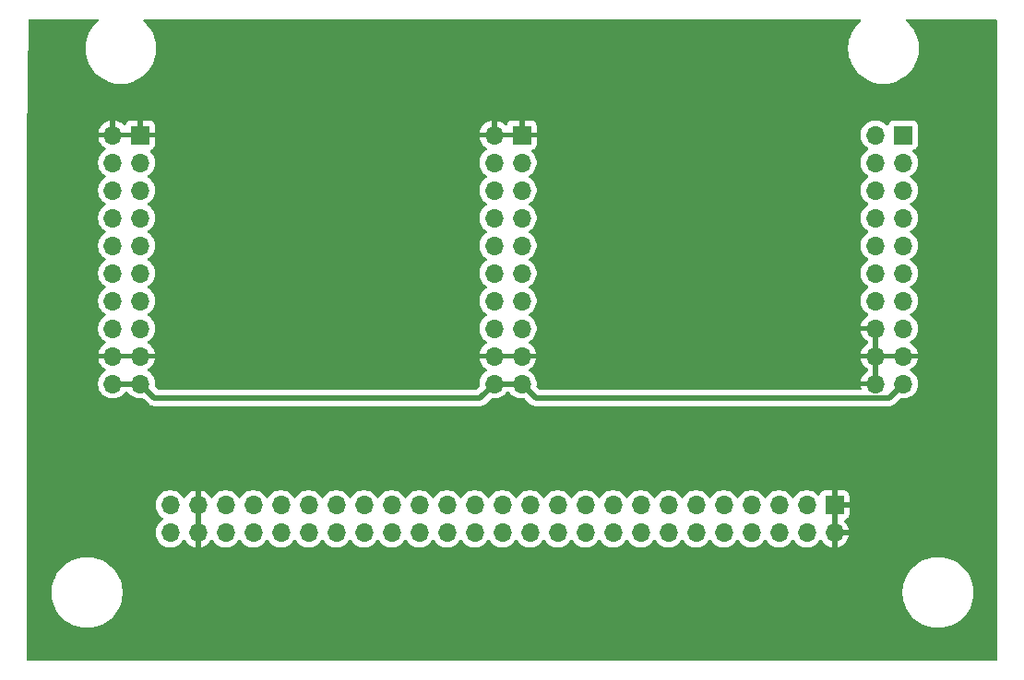
<source format=gbr>
%TF.GenerationSoftware,KiCad,Pcbnew,9.0.1*%
%TF.CreationDate,2025-04-24T12:51:30+03:00*%
%TF.ProjectId,acd_dac_board,6163645f-6461-4635-9f62-6f6172642e6b,rev?*%
%TF.SameCoordinates,Original*%
%TF.FileFunction,Copper,L2,Bot*%
%TF.FilePolarity,Positive*%
%FSLAX46Y46*%
G04 Gerber Fmt 4.6, Leading zero omitted, Abs format (unit mm)*
G04 Created by KiCad (PCBNEW 9.0.1) date 2025-04-24 12:51:30*
%MOMM*%
%LPD*%
G01*
G04 APERTURE LIST*
%TA.AperFunction,ComponentPad*%
%ADD10R,1.700000X1.700000*%
%TD*%
%TA.AperFunction,ComponentPad*%
%ADD11O,1.700000X1.700000*%
%TD*%
%TA.AperFunction,Conductor*%
%ADD12C,0.500000*%
%TD*%
G04 APERTURE END LIST*
D10*
%TO.P,J4,1,Pin_1*%
%TO.N,GND*%
X168500000Y-117060000D03*
D11*
%TO.P,J4,2,Pin_2*%
X168500000Y-119600000D03*
%TO.P,J4,3,Pin_3*%
%TO.N,/F18*%
X165960000Y-117060000D03*
%TO.P,J4,4,Pin_4*%
%TO.N,/G17*%
X165960000Y-119600000D03*
%TO.P,J4,5,Pin_5*%
%TO.N,/E18*%
X163420000Y-117060000D03*
%TO.P,J4,6,Pin_6*%
%TO.N,/F17*%
X163420000Y-119600000D03*
%TO.P,J4,7,Pin_7*%
%TO.N,/D18*%
X160880000Y-117060000D03*
%TO.P,J4,8,Pin_8*%
%TO.N,/E17*%
X160880000Y-119600000D03*
%TO.P,J4,9,Pin_9*%
%TO.N,/C17*%
X158340000Y-117060000D03*
%TO.P,J4,10,Pin_10*%
%TO.N,/C18*%
X158340000Y-119600000D03*
%TO.P,J4,11,Pin_11*%
%TO.N,/G15*%
X155800000Y-117060000D03*
%TO.P,J4,12,Pin_12*%
%TO.N,/H16*%
X155800000Y-119600000D03*
%TO.P,J4,13,Pin_13*%
%TO.N,/F15*%
X153260000Y-117060000D03*
%TO.P,J4,14,Pin_14*%
%TO.N,/G16*%
X153260000Y-119600000D03*
%TO.P,J4,15,Pin_15*%
%TO.N,/E16*%
X150720000Y-117060000D03*
%TO.P,J4,16,Pin_16*%
%TO.N,/E15*%
X150720000Y-119600000D03*
%TO.P,J4,17,Pin_17*%
%TO.N,/D16*%
X148180000Y-117060000D03*
%TO.P,J4,18,Pin_18*%
%TO.N,/D15*%
X148180000Y-119600000D03*
%TO.P,J4,19,Pin_19*%
%TO.N,/A17*%
X145640000Y-117060000D03*
%TO.P,J4,20,Pin_20*%
%TO.N,/B17*%
X145640000Y-119600000D03*
%TO.P,J4,21,Pin_21*%
%TO.N,/C16*%
X143100000Y-117060000D03*
%TO.P,J4,22,Pin_22*%
%TO.N,/B16*%
X143100000Y-119600000D03*
%TO.P,J4,23,Pin_23*%
%TO.N,/A15*%
X140560000Y-117060000D03*
%TO.P,J4,24,Pin_24*%
%TO.N,/B15*%
X140560000Y-119600000D03*
%TO.P,J4,25,Pin_25*%
%TO.N,/A14*%
X138020000Y-117060000D03*
%TO.P,J4,26,Pin_26*%
%TO.N,/B14*%
X138020000Y-119600000D03*
%TO.P,J4,27,Pin_27*%
%TO.N,/C14*%
X135480000Y-117060000D03*
%TO.P,J4,28,Pin_28*%
%TO.N,/D14*%
X135480000Y-119600000D03*
%TO.P,J4,29,Pin_29*%
%TO.N,/C13*%
X132940000Y-117060000D03*
%TO.P,J4,30,Pin_30*%
%TO.N,/D13*%
X132940000Y-119600000D03*
%TO.P,J4,31,Pin_31*%
%TO.N,/A13*%
X130400000Y-117060000D03*
%TO.P,J4,32,Pin_32*%
%TO.N,/C12*%
X130400000Y-119600000D03*
%TO.P,J4,33,Pin_33*%
%TO.N,/F14*%
X127860000Y-117060000D03*
%TO.P,J4,34,Pin_34*%
%TO.N,/E13*%
X127860000Y-119600000D03*
%TO.P,J4,35,Pin_35*%
%TO.N,/B12*%
X125320000Y-117060000D03*
%TO.P,J4,36,Pin_36*%
%TO.N,/A12*%
X125320000Y-119600000D03*
%TO.P,J4,37,Pin_37*%
%TO.N,/C11*%
X122780000Y-117060000D03*
%TO.P,J4,38,Pin_38*%
%TO.N,/B11*%
X122780000Y-119600000D03*
%TO.P,J4,39,Pin_39*%
%TO.N,/D11*%
X120240000Y-117060000D03*
%TO.P,J4,40,Pin_40*%
%TO.N,/D10*%
X120240000Y-119600000D03*
%TO.P,J4,41,Pin_41*%
%TO.N,/C9*%
X117700000Y-117060000D03*
%TO.P,J4,42,Pin_42*%
%TO.N,/D9*%
X117700000Y-119600000D03*
%TO.P,J4,43,Pin_43*%
%TO.N,/A10*%
X115160000Y-117060000D03*
%TO.P,J4,44,Pin_44*%
%TO.N,/B10*%
X115160000Y-119600000D03*
%TO.P,J4,45,Pin_45*%
%TO.N,/A9*%
X112620000Y-117060000D03*
%TO.P,J4,46,Pin_46*%
%TO.N,/B9*%
X112620000Y-119600000D03*
%TO.P,J4,47,Pin_47*%
%TO.N,GND*%
X110080000Y-117060000D03*
%TO.P,J4,48,Pin_48*%
X110080000Y-119600000D03*
%TO.P,J4,49,Pin_49*%
%TO.N,+3.3V*%
X107540000Y-117060000D03*
%TO.P,J4,50,Pin_50*%
%TO.N,+5V*%
X107540000Y-119600000D03*
%TD*%
D10*
%TO.P,J3,1,Pin_1*%
%TO.N,/D15*%
X174800000Y-83060000D03*
D11*
%TO.P,J3,2,Pin_2*%
%TO.N,/E16*%
X172260000Y-83060000D03*
%TO.P,J3,3,Pin_3*%
%TO.N,/E15*%
X174800000Y-85600000D03*
%TO.P,J3,4,Pin_4*%
%TO.N,/F15*%
X172260000Y-85600000D03*
%TO.P,J3,5,Pin_5*%
%TO.N,/G16*%
X174800000Y-88140000D03*
%TO.P,J3,6,Pin_6*%
%TO.N,/G15*%
X172260000Y-88140000D03*
%TO.P,J3,7,Pin_7*%
%TO.N,/H16*%
X174800000Y-90680000D03*
%TO.P,J3,8,Pin_8*%
%TO.N,/C17*%
X172260000Y-90680000D03*
%TO.P,J3,9,Pin_9*%
%TO.N,/C18*%
X174800000Y-93220000D03*
%TO.P,J3,10,Pin_10*%
%TO.N,/D18*%
X172260000Y-93220000D03*
%TO.P,J3,11,Pin_11*%
%TO.N,/E17*%
X174800000Y-95760000D03*
%TO.P,J3,12,Pin_12*%
%TO.N,/E18*%
X172260000Y-95760000D03*
%TO.P,J3,13,Pin_13*%
%TO.N,/F17*%
X174800000Y-98300000D03*
%TO.P,J3,14,Pin_14*%
%TO.N,/F18*%
X172260000Y-98300000D03*
%TO.P,J3,15,Pin_15*%
%TO.N,/G17*%
X174800000Y-100840000D03*
%TO.P,J3,16,Pin_16*%
%TO.N,GND*%
X172260000Y-100840000D03*
%TO.P,J3,17,Pin_17*%
X174800000Y-103380000D03*
%TO.P,J3,18,Pin_18*%
X172260000Y-103380000D03*
%TO.P,J3,19,Pin_19*%
%TO.N,+5V*%
X174800000Y-105920000D03*
%TO.P,J3,20,Pin_20*%
%TO.N,GND*%
X172260000Y-105920000D03*
%TD*%
D10*
%TO.P,J1,1,Pin_1*%
%TO.N,GND*%
X104800000Y-83060000D03*
D11*
%TO.P,J1,2,Pin_2*%
X102260000Y-83060000D03*
%TO.P,J1,3,Pin_3*%
%TO.N,/F14*%
X104800000Y-85600000D03*
%TO.P,J1,4,Pin_4*%
%TO.N,/E13*%
X102260000Y-85600000D03*
%TO.P,J1,5,Pin_5*%
%TO.N,/B12*%
X104800000Y-88140000D03*
%TO.P,J1,6,Pin_6*%
%TO.N,/A12*%
X102260000Y-88140000D03*
%TO.P,J1,7,Pin_7*%
%TO.N,/C11*%
X104800000Y-90680000D03*
%TO.P,J1,8,Pin_8*%
%TO.N,/B11*%
X102260000Y-90680000D03*
%TO.P,J1,9,Pin_9*%
%TO.N,/D11*%
X104800000Y-93220000D03*
%TO.P,J1,10,Pin_10*%
%TO.N,/D10*%
X102260000Y-93220000D03*
%TO.P,J1,11,Pin_11*%
%TO.N,/C9*%
X104800000Y-95760000D03*
%TO.P,J1,12,Pin_12*%
%TO.N,/D9*%
X102260000Y-95760000D03*
%TO.P,J1,13,Pin_13*%
%TO.N,/A10*%
X104800000Y-98300000D03*
%TO.P,J1,14,Pin_14*%
%TO.N,/B10*%
X102260000Y-98300000D03*
%TO.P,J1,15,Pin_15*%
%TO.N,/A9*%
X104800000Y-100840000D03*
%TO.P,J1,16,Pin_16*%
%TO.N,/B9*%
X102260000Y-100840000D03*
%TO.P,J1,17,Pin_17*%
%TO.N,GND*%
X104800000Y-103380000D03*
%TO.P,J1,18,Pin_18*%
X102260000Y-103380000D03*
%TO.P,J1,19,Pin_19*%
%TO.N,+5V*%
X104800000Y-105920000D03*
%TO.P,J1,20,Pin_20*%
X102260000Y-105920000D03*
%TD*%
D10*
%TO.P,J2,1,Pin_1*%
%TO.N,GND*%
X139800000Y-83060000D03*
D11*
%TO.P,J2,2,Pin_2*%
X137260000Y-83060000D03*
%TO.P,J2,3,Pin_3*%
%TO.N,/C12*%
X139800000Y-85600000D03*
%TO.P,J2,4,Pin_4*%
%TO.N,/A13*%
X137260000Y-85600000D03*
%TO.P,J2,5,Pin_5*%
%TO.N,/D13*%
X139800000Y-88140000D03*
%TO.P,J2,6,Pin_6*%
%TO.N,/C13*%
X137260000Y-88140000D03*
%TO.P,J2,7,Pin_7*%
%TO.N,/D14*%
X139800000Y-90680000D03*
%TO.P,J2,8,Pin_8*%
%TO.N,/C14*%
X137260000Y-90680000D03*
%TO.P,J2,9,Pin_9*%
%TO.N,/B14*%
X139800000Y-93220000D03*
%TO.P,J2,10,Pin_10*%
%TO.N,/A14*%
X137260000Y-93220000D03*
%TO.P,J2,11,Pin_11*%
%TO.N,/B17*%
X139800000Y-95760000D03*
%TO.P,J2,12,Pin_12*%
%TO.N,/A17*%
X137260000Y-95760000D03*
%TO.P,J2,13,Pin_13*%
%TO.N,/B16*%
X139800000Y-98300000D03*
%TO.P,J2,14,Pin_14*%
%TO.N,/C16*%
X137260000Y-98300000D03*
%TO.P,J2,15,Pin_15*%
%TO.N,/B15*%
X139800000Y-100840000D03*
%TO.P,J2,16,Pin_16*%
%TO.N,/A15*%
X137260000Y-100840000D03*
%TO.P,J2,17,Pin_17*%
%TO.N,GND*%
X139800000Y-103380000D03*
%TO.P,J2,18,Pin_18*%
X137260000Y-103380000D03*
%TO.P,J2,19,Pin_19*%
%TO.N,+5V*%
X139800000Y-105920000D03*
%TO.P,J2,20,Pin_20*%
X137260000Y-105920000D03*
%TD*%
D12*
%TO.N,+5V*%
X104800000Y-105920000D02*
X106090000Y-107210000D01*
X173500000Y-107220000D02*
X141100000Y-107220000D01*
X104800000Y-105920000D02*
X102260000Y-105920000D01*
X141100000Y-107220000D02*
X139800000Y-105920000D01*
X106090000Y-107210000D02*
X135970000Y-107210000D01*
X137260000Y-105920000D02*
X139800000Y-105920000D01*
X174800000Y-105920000D02*
X173500000Y-107220000D01*
X135970000Y-107210000D02*
X137260000Y-105920000D01*
%TD*%
%TA.AperFunction,Conductor*%
%TO.N,GND*%
G36*
X110330000Y-119166988D02*
G01*
X110272993Y-119134075D01*
X110145826Y-119100000D01*
X110014174Y-119100000D01*
X109887007Y-119134075D01*
X109830000Y-119166988D01*
X109830000Y-117493012D01*
X109887007Y-117525925D01*
X110014174Y-117560000D01*
X110145826Y-117560000D01*
X110272993Y-117525925D01*
X110330000Y-117493012D01*
X110330000Y-119166988D01*
G37*
%TD.AperFunction*%
%TA.AperFunction,Conductor*%
G36*
X168750000Y-119166988D02*
G01*
X168692993Y-119134075D01*
X168565826Y-119100000D01*
X168434174Y-119100000D01*
X168307007Y-119134075D01*
X168250000Y-119166988D01*
X168250000Y-117493012D01*
X168307007Y-117525925D01*
X168434174Y-117560000D01*
X168565826Y-117560000D01*
X168692993Y-117525925D01*
X168750000Y-117493012D01*
X168750000Y-119166988D01*
G37*
%TD.AperFunction*%
%TA.AperFunction,Conductor*%
G36*
X172510000Y-105486988D02*
G01*
X172452993Y-105454075D01*
X172325826Y-105420000D01*
X172194174Y-105420000D01*
X172067007Y-105454075D01*
X172010000Y-105486988D01*
X172010000Y-103813012D01*
X172067007Y-103845925D01*
X172194174Y-103880000D01*
X172325826Y-103880000D01*
X172452993Y-103845925D01*
X172510000Y-103813012D01*
X172510000Y-105486988D01*
G37*
%TD.AperFunction*%
%TA.AperFunction,Conductor*%
G36*
X104334075Y-103187007D02*
G01*
X104300000Y-103314174D01*
X104300000Y-103445826D01*
X104334075Y-103572993D01*
X104366988Y-103630000D01*
X102693012Y-103630000D01*
X102725925Y-103572993D01*
X102760000Y-103445826D01*
X102760000Y-103314174D01*
X102725925Y-103187007D01*
X102693012Y-103130000D01*
X104366988Y-103130000D01*
X104334075Y-103187007D01*
G37*
%TD.AperFunction*%
%TA.AperFunction,Conductor*%
G36*
X139334075Y-103187007D02*
G01*
X139300000Y-103314174D01*
X139300000Y-103445826D01*
X139334075Y-103572993D01*
X139366988Y-103630000D01*
X137693012Y-103630000D01*
X137725925Y-103572993D01*
X137760000Y-103445826D01*
X137760000Y-103314174D01*
X137725925Y-103187007D01*
X137693012Y-103130000D01*
X139366988Y-103130000D01*
X139334075Y-103187007D01*
G37*
%TD.AperFunction*%
%TA.AperFunction,Conductor*%
G36*
X174334075Y-103187007D02*
G01*
X174300000Y-103314174D01*
X174300000Y-103445826D01*
X174334075Y-103572993D01*
X174366988Y-103630000D01*
X172693012Y-103630000D01*
X172725925Y-103572993D01*
X172760000Y-103445826D01*
X172760000Y-103314174D01*
X172725925Y-103187007D01*
X172693012Y-103130000D01*
X174366988Y-103130000D01*
X174334075Y-103187007D01*
G37*
%TD.AperFunction*%
%TA.AperFunction,Conductor*%
G36*
X172510000Y-102946988D02*
G01*
X172452993Y-102914075D01*
X172325826Y-102880000D01*
X172194174Y-102880000D01*
X172067007Y-102914075D01*
X172010000Y-102946988D01*
X172010000Y-101273012D01*
X172067007Y-101305925D01*
X172194174Y-101340000D01*
X172325826Y-101340000D01*
X172452993Y-101305925D01*
X172510000Y-101273012D01*
X172510000Y-102946988D01*
G37*
%TD.AperFunction*%
%TA.AperFunction,Conductor*%
G36*
X104334075Y-82867007D02*
G01*
X104300000Y-82994174D01*
X104300000Y-83125826D01*
X104334075Y-83252993D01*
X104366988Y-83310000D01*
X102693012Y-83310000D01*
X102725925Y-83252993D01*
X102760000Y-83125826D01*
X102760000Y-82994174D01*
X102725925Y-82867007D01*
X102693012Y-82810000D01*
X104366988Y-82810000D01*
X104334075Y-82867007D01*
G37*
%TD.AperFunction*%
%TA.AperFunction,Conductor*%
G36*
X139334075Y-82867007D02*
G01*
X139300000Y-82994174D01*
X139300000Y-83125826D01*
X139334075Y-83252993D01*
X139366988Y-83310000D01*
X137693012Y-83310000D01*
X137725925Y-83252993D01*
X137760000Y-83125826D01*
X137760000Y-82994174D01*
X137725925Y-82867007D01*
X137693012Y-82810000D01*
X139366988Y-82810000D01*
X139334075Y-82867007D01*
G37*
%TD.AperFunction*%
%TA.AperFunction,Conductor*%
G36*
X100886039Y-72420185D02*
G01*
X100931794Y-72472989D01*
X100941738Y-72542147D01*
X100912713Y-72605703D01*
X100897665Y-72620353D01*
X100814459Y-72688638D01*
X100588638Y-72914459D01*
X100386029Y-73161338D01*
X100386012Y-73161361D01*
X100208601Y-73426877D01*
X100208584Y-73426905D01*
X100058042Y-73708548D01*
X100058040Y-73708553D01*
X99935820Y-74003617D01*
X99843109Y-74309245D01*
X99780803Y-74622477D01*
X99749500Y-74940316D01*
X99749500Y-75259683D01*
X99780803Y-75577522D01*
X99843109Y-75890754D01*
X99935820Y-76196382D01*
X100058040Y-76491446D01*
X100058042Y-76491451D01*
X100208584Y-76773094D01*
X100208601Y-76773122D01*
X100386012Y-77038638D01*
X100386029Y-77038661D01*
X100588638Y-77285540D01*
X100814459Y-77511361D01*
X100814464Y-77511365D01*
X100814465Y-77511366D01*
X101061344Y-77713975D01*
X101061351Y-77713980D01*
X101061361Y-77713987D01*
X101326877Y-77891398D01*
X101326882Y-77891401D01*
X101326894Y-77891409D01*
X101326903Y-77891413D01*
X101326905Y-77891415D01*
X101608548Y-78041957D01*
X101608550Y-78041957D01*
X101608556Y-78041961D01*
X101903619Y-78164180D01*
X102209240Y-78256889D01*
X102522477Y-78319196D01*
X102840313Y-78350500D01*
X102840316Y-78350500D01*
X103159684Y-78350500D01*
X103159687Y-78350500D01*
X103477523Y-78319196D01*
X103790760Y-78256889D01*
X104096381Y-78164180D01*
X104391444Y-78041961D01*
X104673106Y-77891409D01*
X104938656Y-77713975D01*
X105185535Y-77511366D01*
X105411366Y-77285535D01*
X105613975Y-77038656D01*
X105791409Y-76773106D01*
X105941961Y-76491444D01*
X106064180Y-76196381D01*
X106156889Y-75890760D01*
X106219196Y-75577523D01*
X106250500Y-75259687D01*
X106250500Y-74940313D01*
X106219196Y-74622477D01*
X106156889Y-74309240D01*
X106064180Y-74003619D01*
X105941961Y-73708556D01*
X105791409Y-73426894D01*
X105791398Y-73426877D01*
X105613987Y-73161361D01*
X105613980Y-73161351D01*
X105613975Y-73161344D01*
X105411366Y-72914465D01*
X105411365Y-72914464D01*
X105411361Y-72914459D01*
X105185540Y-72688638D01*
X105102335Y-72620353D01*
X105063001Y-72562607D01*
X105061130Y-72492763D01*
X105097318Y-72432994D01*
X105160074Y-72402279D01*
X105181000Y-72400500D01*
X170819000Y-72400500D01*
X170886039Y-72420185D01*
X170931794Y-72472989D01*
X170941738Y-72542147D01*
X170912713Y-72605703D01*
X170897665Y-72620353D01*
X170814459Y-72688638D01*
X170588638Y-72914459D01*
X170386029Y-73161338D01*
X170386012Y-73161361D01*
X170208601Y-73426877D01*
X170208584Y-73426905D01*
X170058042Y-73708548D01*
X170058040Y-73708553D01*
X169935820Y-74003617D01*
X169843109Y-74309245D01*
X169780803Y-74622477D01*
X169749500Y-74940316D01*
X169749500Y-75259683D01*
X169780803Y-75577522D01*
X169843109Y-75890754D01*
X169935820Y-76196382D01*
X170058040Y-76491446D01*
X170058042Y-76491451D01*
X170208584Y-76773094D01*
X170208601Y-76773122D01*
X170386012Y-77038638D01*
X170386029Y-77038661D01*
X170588638Y-77285540D01*
X170814459Y-77511361D01*
X170814464Y-77511365D01*
X170814465Y-77511366D01*
X171061344Y-77713975D01*
X171061351Y-77713980D01*
X171061361Y-77713987D01*
X171326877Y-77891398D01*
X171326882Y-77891401D01*
X171326894Y-77891409D01*
X171326903Y-77891413D01*
X171326905Y-77891415D01*
X171608548Y-78041957D01*
X171608550Y-78041957D01*
X171608556Y-78041961D01*
X171903619Y-78164180D01*
X172209240Y-78256889D01*
X172522477Y-78319196D01*
X172840313Y-78350500D01*
X172840316Y-78350500D01*
X173159684Y-78350500D01*
X173159687Y-78350500D01*
X173477523Y-78319196D01*
X173790760Y-78256889D01*
X174096381Y-78164180D01*
X174391444Y-78041961D01*
X174673106Y-77891409D01*
X174938656Y-77713975D01*
X175185535Y-77511366D01*
X175411366Y-77285535D01*
X175613975Y-77038656D01*
X175791409Y-76773106D01*
X175941961Y-76491444D01*
X176064180Y-76196381D01*
X176156889Y-75890760D01*
X176219196Y-75577523D01*
X176250500Y-75259687D01*
X176250500Y-74940313D01*
X176219196Y-74622477D01*
X176156889Y-74309240D01*
X176064180Y-74003619D01*
X175941961Y-73708556D01*
X175791409Y-73426894D01*
X175791398Y-73426877D01*
X175613987Y-73161361D01*
X175613980Y-73161351D01*
X175613975Y-73161344D01*
X175411366Y-72914465D01*
X175411365Y-72914464D01*
X175411361Y-72914459D01*
X175185540Y-72688638D01*
X175102335Y-72620353D01*
X175063001Y-72562607D01*
X175061130Y-72492763D01*
X175097318Y-72432994D01*
X175160074Y-72402279D01*
X175181000Y-72400500D01*
X183275500Y-72400500D01*
X183342539Y-72420185D01*
X183388294Y-72472989D01*
X183399500Y-72524500D01*
X183399500Y-131275500D01*
X183379815Y-131342539D01*
X183327011Y-131388294D01*
X183275500Y-131399500D01*
X94524500Y-131399500D01*
X94457461Y-131379815D01*
X94411706Y-131327011D01*
X94400500Y-131275500D01*
X94400500Y-124940316D01*
X96649500Y-124940316D01*
X96649500Y-125259683D01*
X96680803Y-125577522D01*
X96743109Y-125890754D01*
X96835820Y-126196382D01*
X96958040Y-126491446D01*
X96958042Y-126491451D01*
X97108584Y-126773094D01*
X97108601Y-126773122D01*
X97286012Y-127038638D01*
X97286029Y-127038661D01*
X97488638Y-127285540D01*
X97714459Y-127511361D01*
X97714464Y-127511365D01*
X97714465Y-127511366D01*
X97961344Y-127713975D01*
X97961351Y-127713980D01*
X97961361Y-127713987D01*
X98226877Y-127891398D01*
X98226882Y-127891401D01*
X98226894Y-127891409D01*
X98226903Y-127891413D01*
X98226905Y-127891415D01*
X98508548Y-128041957D01*
X98508550Y-128041957D01*
X98508556Y-128041961D01*
X98803619Y-128164180D01*
X99109240Y-128256889D01*
X99422477Y-128319196D01*
X99740313Y-128350500D01*
X99740316Y-128350500D01*
X100059684Y-128350500D01*
X100059687Y-128350500D01*
X100377523Y-128319196D01*
X100690760Y-128256889D01*
X100996381Y-128164180D01*
X101291444Y-128041961D01*
X101573106Y-127891409D01*
X101838656Y-127713975D01*
X102085535Y-127511366D01*
X102311366Y-127285535D01*
X102513975Y-127038656D01*
X102691409Y-126773106D01*
X102841961Y-126491444D01*
X102964180Y-126196381D01*
X103056889Y-125890760D01*
X103119196Y-125577523D01*
X103150500Y-125259687D01*
X103150500Y-124940316D01*
X174749500Y-124940316D01*
X174749500Y-125259683D01*
X174780803Y-125577522D01*
X174843109Y-125890754D01*
X174935820Y-126196382D01*
X175058040Y-126491446D01*
X175058042Y-126491451D01*
X175208584Y-126773094D01*
X175208601Y-126773122D01*
X175386012Y-127038638D01*
X175386029Y-127038661D01*
X175588638Y-127285540D01*
X175814459Y-127511361D01*
X175814464Y-127511365D01*
X175814465Y-127511366D01*
X176061344Y-127713975D01*
X176061351Y-127713980D01*
X176061361Y-127713987D01*
X176326877Y-127891398D01*
X176326882Y-127891401D01*
X176326894Y-127891409D01*
X176326903Y-127891413D01*
X176326905Y-127891415D01*
X176608548Y-128041957D01*
X176608550Y-128041957D01*
X176608556Y-128041961D01*
X176903619Y-128164180D01*
X177209240Y-128256889D01*
X177522477Y-128319196D01*
X177840313Y-128350500D01*
X177840316Y-128350500D01*
X178159684Y-128350500D01*
X178159687Y-128350500D01*
X178477523Y-128319196D01*
X178790760Y-128256889D01*
X179096381Y-128164180D01*
X179391444Y-128041961D01*
X179673106Y-127891409D01*
X179938656Y-127713975D01*
X180185535Y-127511366D01*
X180411366Y-127285535D01*
X180613975Y-127038656D01*
X180791409Y-126773106D01*
X180941961Y-126491444D01*
X181064180Y-126196381D01*
X181156889Y-125890760D01*
X181219196Y-125577523D01*
X181250500Y-125259687D01*
X181250500Y-124940313D01*
X181219196Y-124622477D01*
X181156889Y-124309240D01*
X181064180Y-124003619D01*
X180941961Y-123708556D01*
X180791409Y-123426894D01*
X180791398Y-123426877D01*
X180613987Y-123161361D01*
X180613980Y-123161351D01*
X180613975Y-123161344D01*
X180411366Y-122914465D01*
X180411365Y-122914464D01*
X180411361Y-122914459D01*
X180185540Y-122688638D01*
X179938661Y-122486029D01*
X179938638Y-122486012D01*
X179673122Y-122308601D01*
X179673094Y-122308584D01*
X179391451Y-122158042D01*
X179391446Y-122158040D01*
X179096382Y-122035820D01*
X178790754Y-121943109D01*
X178477521Y-121880803D01*
X178477522Y-121880803D01*
X178238141Y-121857227D01*
X178159687Y-121849500D01*
X177840313Y-121849500D01*
X177767822Y-121856639D01*
X177522477Y-121880803D01*
X177209245Y-121943109D01*
X176903617Y-122035820D01*
X176608553Y-122158040D01*
X176608548Y-122158042D01*
X176326905Y-122308584D01*
X176326877Y-122308601D01*
X176061361Y-122486012D01*
X176061338Y-122486029D01*
X175814459Y-122688638D01*
X175588638Y-122914459D01*
X175386029Y-123161338D01*
X175386012Y-123161361D01*
X175208601Y-123426877D01*
X175208584Y-123426905D01*
X175058042Y-123708548D01*
X175058040Y-123708553D01*
X174935820Y-124003617D01*
X174843109Y-124309245D01*
X174780803Y-124622477D01*
X174749500Y-124940316D01*
X103150500Y-124940316D01*
X103150500Y-124940313D01*
X103119196Y-124622477D01*
X103056889Y-124309240D01*
X102964180Y-124003619D01*
X102841961Y-123708556D01*
X102691409Y-123426894D01*
X102691398Y-123426877D01*
X102513987Y-123161361D01*
X102513980Y-123161351D01*
X102513975Y-123161344D01*
X102311366Y-122914465D01*
X102311365Y-122914464D01*
X102311361Y-122914459D01*
X102085540Y-122688638D01*
X101838661Y-122486029D01*
X101838638Y-122486012D01*
X101573122Y-122308601D01*
X101573094Y-122308584D01*
X101291451Y-122158042D01*
X101291446Y-122158040D01*
X100996382Y-122035820D01*
X100690754Y-121943109D01*
X100377521Y-121880803D01*
X100377522Y-121880803D01*
X100138141Y-121857227D01*
X100059687Y-121849500D01*
X99740313Y-121849500D01*
X99667822Y-121856639D01*
X99422477Y-121880803D01*
X99109245Y-121943109D01*
X98803617Y-122035820D01*
X98508553Y-122158040D01*
X98508548Y-122158042D01*
X98226905Y-122308584D01*
X98226877Y-122308601D01*
X97961361Y-122486012D01*
X97961338Y-122486029D01*
X97714459Y-122688638D01*
X97488638Y-122914459D01*
X97286029Y-123161338D01*
X97286012Y-123161361D01*
X97108601Y-123426877D01*
X97108584Y-123426905D01*
X96958042Y-123708548D01*
X96958040Y-123708553D01*
X96835820Y-124003617D01*
X96743109Y-124309245D01*
X96680803Y-124622477D01*
X96649500Y-124940316D01*
X94400500Y-124940316D01*
X94400500Y-116953713D01*
X106189500Y-116953713D01*
X106189500Y-117166286D01*
X106222753Y-117376239D01*
X106288444Y-117578414D01*
X106384951Y-117767820D01*
X106509890Y-117939786D01*
X106660213Y-118090109D01*
X106832182Y-118215050D01*
X106840946Y-118219516D01*
X106891742Y-118267491D01*
X106908536Y-118335312D01*
X106885998Y-118401447D01*
X106840946Y-118440484D01*
X106832182Y-118444949D01*
X106660213Y-118569890D01*
X106509890Y-118720213D01*
X106384951Y-118892179D01*
X106288444Y-119081585D01*
X106222753Y-119283760D01*
X106189500Y-119493713D01*
X106189500Y-119706286D01*
X106222753Y-119916239D01*
X106288444Y-120118414D01*
X106384951Y-120307820D01*
X106509890Y-120479786D01*
X106660213Y-120630109D01*
X106832179Y-120755048D01*
X106832181Y-120755049D01*
X106832184Y-120755051D01*
X107021588Y-120851557D01*
X107223757Y-120917246D01*
X107433713Y-120950500D01*
X107433714Y-120950500D01*
X107646286Y-120950500D01*
X107646287Y-120950500D01*
X107856243Y-120917246D01*
X108058412Y-120851557D01*
X108247816Y-120755051D01*
X108269789Y-120739086D01*
X108419786Y-120630109D01*
X108419788Y-120630106D01*
X108419792Y-120630104D01*
X108570104Y-120479792D01*
X108570106Y-120479788D01*
X108570109Y-120479786D01*
X108695048Y-120307820D01*
X108695051Y-120307816D01*
X108699793Y-120298508D01*
X108747763Y-120247711D01*
X108815583Y-120230911D01*
X108881719Y-120253445D01*
X108920763Y-120298500D01*
X108925377Y-120307555D01*
X109050272Y-120479459D01*
X109050276Y-120479464D01*
X109200535Y-120629723D01*
X109200540Y-120629727D01*
X109372442Y-120754620D01*
X109561782Y-120851095D01*
X109763871Y-120916757D01*
X109830000Y-120927231D01*
X109830000Y-120033012D01*
X109887007Y-120065925D01*
X110014174Y-120100000D01*
X110145826Y-120100000D01*
X110272993Y-120065925D01*
X110330000Y-120033012D01*
X110330000Y-120927230D01*
X110396126Y-120916757D01*
X110396129Y-120916757D01*
X110598217Y-120851095D01*
X110787557Y-120754620D01*
X110959459Y-120629727D01*
X110959464Y-120629723D01*
X111109723Y-120479464D01*
X111109727Y-120479459D01*
X111234620Y-120307558D01*
X111239232Y-120298507D01*
X111287205Y-120247709D01*
X111355025Y-120230912D01*
X111421161Y-120253447D01*
X111460204Y-120298504D01*
X111464949Y-120307817D01*
X111589890Y-120479786D01*
X111740213Y-120630109D01*
X111912179Y-120755048D01*
X111912181Y-120755049D01*
X111912184Y-120755051D01*
X112101588Y-120851557D01*
X112303757Y-120917246D01*
X112513713Y-120950500D01*
X112513714Y-120950500D01*
X112726286Y-120950500D01*
X112726287Y-120950500D01*
X112936243Y-120917246D01*
X113138412Y-120851557D01*
X113327816Y-120755051D01*
X113349789Y-120739086D01*
X113499786Y-120630109D01*
X113499788Y-120630106D01*
X113499792Y-120630104D01*
X113650104Y-120479792D01*
X113650106Y-120479788D01*
X113650109Y-120479786D01*
X113775048Y-120307820D01*
X113775047Y-120307820D01*
X113775051Y-120307816D01*
X113779514Y-120299054D01*
X113827488Y-120248259D01*
X113895308Y-120231463D01*
X113961444Y-120253999D01*
X114000486Y-120299056D01*
X114004951Y-120307820D01*
X114129890Y-120479786D01*
X114280213Y-120630109D01*
X114452179Y-120755048D01*
X114452181Y-120755049D01*
X114452184Y-120755051D01*
X114641588Y-120851557D01*
X114843757Y-120917246D01*
X115053713Y-120950500D01*
X115053714Y-120950500D01*
X115266286Y-120950500D01*
X115266287Y-120950500D01*
X115476243Y-120917246D01*
X115678412Y-120851557D01*
X115867816Y-120755051D01*
X115889789Y-120739086D01*
X116039786Y-120630109D01*
X116039788Y-120630106D01*
X116039792Y-120630104D01*
X116190104Y-120479792D01*
X116190106Y-120479788D01*
X116190109Y-120479786D01*
X116315048Y-120307820D01*
X116315047Y-120307820D01*
X116315051Y-120307816D01*
X116319514Y-120299054D01*
X116367488Y-120248259D01*
X116435308Y-120231463D01*
X116501444Y-120253999D01*
X116540486Y-120299056D01*
X116544951Y-120307820D01*
X116669890Y-120479786D01*
X116820213Y-120630109D01*
X116992179Y-120755048D01*
X116992181Y-120755049D01*
X116992184Y-120755051D01*
X117181588Y-120851557D01*
X117383757Y-120917246D01*
X117593713Y-120950500D01*
X117593714Y-120950500D01*
X117806286Y-120950500D01*
X117806287Y-120950500D01*
X118016243Y-120917246D01*
X118218412Y-120851557D01*
X118407816Y-120755051D01*
X118429789Y-120739086D01*
X118579786Y-120630109D01*
X118579788Y-120630106D01*
X118579792Y-120630104D01*
X118730104Y-120479792D01*
X118730106Y-120479788D01*
X118730109Y-120479786D01*
X118855048Y-120307820D01*
X118855047Y-120307820D01*
X118855051Y-120307816D01*
X118859514Y-120299054D01*
X118907488Y-120248259D01*
X118975308Y-120231463D01*
X119041444Y-120253999D01*
X119080486Y-120299056D01*
X119084951Y-120307820D01*
X119209890Y-120479786D01*
X119360213Y-120630109D01*
X119532179Y-120755048D01*
X119532181Y-120755049D01*
X119532184Y-120755051D01*
X119721588Y-120851557D01*
X119923757Y-120917246D01*
X120133713Y-120950500D01*
X120133714Y-120950500D01*
X120346286Y-120950500D01*
X120346287Y-120950500D01*
X120556243Y-120917246D01*
X120758412Y-120851557D01*
X120947816Y-120755051D01*
X120969789Y-120739086D01*
X121119786Y-120630109D01*
X121119788Y-120630106D01*
X121119792Y-120630104D01*
X121270104Y-120479792D01*
X121270106Y-120479788D01*
X121270109Y-120479786D01*
X121395048Y-120307820D01*
X121395047Y-120307820D01*
X121395051Y-120307816D01*
X121399514Y-120299054D01*
X121447488Y-120248259D01*
X121515308Y-120231463D01*
X121581444Y-120253999D01*
X121620486Y-120299056D01*
X121624951Y-120307820D01*
X121749890Y-120479786D01*
X121900213Y-120630109D01*
X122072179Y-120755048D01*
X122072181Y-120755049D01*
X122072184Y-120755051D01*
X122261588Y-120851557D01*
X122463757Y-120917246D01*
X122673713Y-120950500D01*
X122673714Y-120950500D01*
X122886286Y-120950500D01*
X122886287Y-120950500D01*
X123096243Y-120917246D01*
X123298412Y-120851557D01*
X123487816Y-120755051D01*
X123509789Y-120739086D01*
X123659786Y-120630109D01*
X123659788Y-120630106D01*
X123659792Y-120630104D01*
X123810104Y-120479792D01*
X123810106Y-120479788D01*
X123810109Y-120479786D01*
X123935048Y-120307820D01*
X123935047Y-120307820D01*
X123935051Y-120307816D01*
X123939514Y-120299054D01*
X123987488Y-120248259D01*
X124055308Y-120231463D01*
X124121444Y-120253999D01*
X124160486Y-120299056D01*
X124164951Y-120307820D01*
X124289890Y-120479786D01*
X124440213Y-120630109D01*
X124612179Y-120755048D01*
X124612181Y-120755049D01*
X124612184Y-120755051D01*
X124801588Y-120851557D01*
X125003757Y-120917246D01*
X125213713Y-120950500D01*
X125213714Y-120950500D01*
X125426286Y-120950500D01*
X125426287Y-120950500D01*
X125636243Y-120917246D01*
X125838412Y-120851557D01*
X126027816Y-120755051D01*
X126049789Y-120739086D01*
X126199786Y-120630109D01*
X126199788Y-120630106D01*
X126199792Y-120630104D01*
X126350104Y-120479792D01*
X126350106Y-120479788D01*
X126350109Y-120479786D01*
X126475048Y-120307820D01*
X126475047Y-120307820D01*
X126475051Y-120307816D01*
X126479514Y-120299054D01*
X126527488Y-120248259D01*
X126595308Y-120231463D01*
X126661444Y-120253999D01*
X126700486Y-120299056D01*
X126704951Y-120307820D01*
X126829890Y-120479786D01*
X126980213Y-120630109D01*
X127152179Y-120755048D01*
X127152181Y-120755049D01*
X127152184Y-120755051D01*
X127341588Y-120851557D01*
X127543757Y-120917246D01*
X127753713Y-120950500D01*
X127753714Y-120950500D01*
X127966286Y-120950500D01*
X127966287Y-120950500D01*
X128176243Y-120917246D01*
X128378412Y-120851557D01*
X128567816Y-120755051D01*
X128589789Y-120739086D01*
X128739786Y-120630109D01*
X128739788Y-120630106D01*
X128739792Y-120630104D01*
X128890104Y-120479792D01*
X128890106Y-120479788D01*
X128890109Y-120479786D01*
X129015048Y-120307820D01*
X129015047Y-120307820D01*
X129015051Y-120307816D01*
X129019514Y-120299054D01*
X129067488Y-120248259D01*
X129135308Y-120231463D01*
X129201444Y-120253999D01*
X129240486Y-120299056D01*
X129244951Y-120307820D01*
X129369890Y-120479786D01*
X129520213Y-120630109D01*
X129692179Y-120755048D01*
X129692181Y-120755049D01*
X129692184Y-120755051D01*
X129881588Y-120851557D01*
X130083757Y-120917246D01*
X130293713Y-120950500D01*
X130293714Y-120950500D01*
X130506286Y-120950500D01*
X130506287Y-120950500D01*
X130716243Y-120917246D01*
X130918412Y-120851557D01*
X131107816Y-120755051D01*
X131129789Y-120739086D01*
X131279786Y-120630109D01*
X131279788Y-120630106D01*
X131279792Y-120630104D01*
X131430104Y-120479792D01*
X131430106Y-120479788D01*
X131430109Y-120479786D01*
X131555048Y-120307820D01*
X131555047Y-120307820D01*
X131555051Y-120307816D01*
X131559514Y-120299054D01*
X131607488Y-120248259D01*
X131675308Y-120231463D01*
X131741444Y-120253999D01*
X131780486Y-120299056D01*
X131784951Y-120307820D01*
X131909890Y-120479786D01*
X132060213Y-120630109D01*
X132232179Y-120755048D01*
X132232181Y-120755049D01*
X132232184Y-120755051D01*
X132421588Y-120851557D01*
X132623757Y-120917246D01*
X132833713Y-120950500D01*
X132833714Y-120950500D01*
X133046286Y-120950500D01*
X133046287Y-120950500D01*
X133256243Y-120917246D01*
X133458412Y-120851557D01*
X133647816Y-120755051D01*
X133669789Y-120739086D01*
X133819786Y-120630109D01*
X133819788Y-120630106D01*
X133819792Y-120630104D01*
X133970104Y-120479792D01*
X133970106Y-120479788D01*
X133970109Y-120479786D01*
X134095048Y-120307820D01*
X134095047Y-120307820D01*
X134095051Y-120307816D01*
X134099514Y-120299054D01*
X134147488Y-120248259D01*
X134215308Y-120231463D01*
X134281444Y-120253999D01*
X134320486Y-120299056D01*
X134324951Y-120307820D01*
X134449890Y-120479786D01*
X134600213Y-120630109D01*
X134772179Y-120755048D01*
X134772181Y-120755049D01*
X134772184Y-120755051D01*
X134961588Y-120851557D01*
X135163757Y-120917246D01*
X135373713Y-120950500D01*
X135373714Y-120950500D01*
X135586286Y-120950500D01*
X135586287Y-120950500D01*
X135796243Y-120917246D01*
X135998412Y-120851557D01*
X136187816Y-120755051D01*
X136209789Y-120739086D01*
X136359786Y-120630109D01*
X136359788Y-120630106D01*
X136359792Y-120630104D01*
X136510104Y-120479792D01*
X136510106Y-120479788D01*
X136510109Y-120479786D01*
X136635048Y-120307820D01*
X136635047Y-120307820D01*
X136635051Y-120307816D01*
X136639514Y-120299054D01*
X136687488Y-120248259D01*
X136755308Y-120231463D01*
X136821444Y-120253999D01*
X136860486Y-120299056D01*
X136864951Y-120307820D01*
X136989890Y-120479786D01*
X137140213Y-120630109D01*
X137312179Y-120755048D01*
X137312181Y-120755049D01*
X137312184Y-120755051D01*
X137501588Y-120851557D01*
X137703757Y-120917246D01*
X137913713Y-120950500D01*
X137913714Y-120950500D01*
X138126286Y-120950500D01*
X138126287Y-120950500D01*
X138336243Y-120917246D01*
X138538412Y-120851557D01*
X138727816Y-120755051D01*
X138749789Y-120739086D01*
X138899786Y-120630109D01*
X138899788Y-120630106D01*
X138899792Y-120630104D01*
X139050104Y-120479792D01*
X139050106Y-120479788D01*
X139050109Y-120479786D01*
X139175048Y-120307820D01*
X139175047Y-120307820D01*
X139175051Y-120307816D01*
X139179514Y-120299054D01*
X139227488Y-120248259D01*
X139295308Y-120231463D01*
X139361444Y-120253999D01*
X139400486Y-120299056D01*
X139404951Y-120307820D01*
X139529890Y-120479786D01*
X139680213Y-120630109D01*
X139852179Y-120755048D01*
X139852181Y-120755049D01*
X139852184Y-120755051D01*
X140041588Y-120851557D01*
X140243757Y-120917246D01*
X140453713Y-120950500D01*
X140453714Y-120950500D01*
X140666286Y-120950500D01*
X140666287Y-120950500D01*
X140876243Y-120917246D01*
X141078412Y-120851557D01*
X141267816Y-120755051D01*
X141289789Y-120739086D01*
X141439786Y-120630109D01*
X141439788Y-120630106D01*
X141439792Y-120630104D01*
X141590104Y-120479792D01*
X141590106Y-120479788D01*
X141590109Y-120479786D01*
X141715048Y-120307820D01*
X141715047Y-120307820D01*
X141715051Y-120307816D01*
X141719514Y-120299054D01*
X141767488Y-120248259D01*
X141835308Y-120231463D01*
X141901444Y-120253999D01*
X141940486Y-120299056D01*
X141944951Y-120307820D01*
X142069890Y-120479786D01*
X142220213Y-120630109D01*
X142392179Y-120755048D01*
X142392181Y-120755049D01*
X142392184Y-120755051D01*
X142581588Y-120851557D01*
X142783757Y-120917246D01*
X142993713Y-120950500D01*
X142993714Y-120950500D01*
X143206286Y-120950500D01*
X143206287Y-120950500D01*
X143416243Y-120917246D01*
X143618412Y-120851557D01*
X143807816Y-120755051D01*
X143829789Y-120739086D01*
X143979786Y-120630109D01*
X143979788Y-120630106D01*
X143979792Y-120630104D01*
X144130104Y-120479792D01*
X144130106Y-120479788D01*
X144130109Y-120479786D01*
X144255048Y-120307820D01*
X144255047Y-120307820D01*
X144255051Y-120307816D01*
X144259514Y-120299054D01*
X144307488Y-120248259D01*
X144375308Y-120231463D01*
X144441444Y-120253999D01*
X144480486Y-120299056D01*
X144484951Y-120307820D01*
X144609890Y-120479786D01*
X144760213Y-120630109D01*
X144932179Y-120755048D01*
X144932181Y-120755049D01*
X144932184Y-120755051D01*
X145121588Y-120851557D01*
X145323757Y-120917246D01*
X145533713Y-120950500D01*
X145533714Y-120950500D01*
X145746286Y-120950500D01*
X145746287Y-120950500D01*
X145956243Y-120917246D01*
X146158412Y-120851557D01*
X146347816Y-120755051D01*
X146369789Y-120739086D01*
X146519786Y-120630109D01*
X146519788Y-120630106D01*
X146519792Y-120630104D01*
X146670104Y-120479792D01*
X146670106Y-120479788D01*
X146670109Y-120479786D01*
X146795048Y-120307820D01*
X146795047Y-120307820D01*
X146795051Y-120307816D01*
X146799514Y-120299054D01*
X146847488Y-120248259D01*
X146915308Y-120231463D01*
X146981444Y-120253999D01*
X147020486Y-120299056D01*
X147024951Y-120307820D01*
X147149890Y-120479786D01*
X147300213Y-120630109D01*
X147472179Y-120755048D01*
X147472181Y-120755049D01*
X147472184Y-120755051D01*
X147661588Y-120851557D01*
X147863757Y-120917246D01*
X148073713Y-120950500D01*
X148073714Y-120950500D01*
X148286286Y-120950500D01*
X148286287Y-120950500D01*
X148496243Y-120917246D01*
X148698412Y-120851557D01*
X148887816Y-120755051D01*
X148909789Y-120739086D01*
X149059786Y-120630109D01*
X149059788Y-120630106D01*
X149059792Y-120630104D01*
X149210104Y-120479792D01*
X149210106Y-120479788D01*
X149210109Y-120479786D01*
X149335048Y-120307820D01*
X149335047Y-120307820D01*
X149335051Y-120307816D01*
X149339514Y-120299054D01*
X149387488Y-120248259D01*
X149455308Y-120231463D01*
X149521444Y-120253999D01*
X149560486Y-120299056D01*
X149564951Y-120307820D01*
X149689890Y-120479786D01*
X149840213Y-120630109D01*
X150012179Y-120755048D01*
X150012181Y-120755049D01*
X150012184Y-120755051D01*
X150201588Y-120851557D01*
X150403757Y-120917246D01*
X150613713Y-120950500D01*
X150613714Y-120950500D01*
X150826286Y-120950500D01*
X150826287Y-120950500D01*
X151036243Y-120917246D01*
X151238412Y-120851557D01*
X151427816Y-120755051D01*
X151449789Y-120739086D01*
X151599786Y-120630109D01*
X151599788Y-120630106D01*
X151599792Y-120630104D01*
X151750104Y-120479792D01*
X151750106Y-120479788D01*
X151750109Y-120479786D01*
X151875048Y-120307820D01*
X151875047Y-120307820D01*
X151875051Y-120307816D01*
X151879514Y-120299054D01*
X151927488Y-120248259D01*
X151995308Y-120231463D01*
X152061444Y-120253999D01*
X152100486Y-120299056D01*
X152104951Y-120307820D01*
X152229890Y-120479786D01*
X152380213Y-120630109D01*
X152552179Y-120755048D01*
X152552181Y-120755049D01*
X152552184Y-120755051D01*
X152741588Y-120851557D01*
X152943757Y-120917246D01*
X153153713Y-120950500D01*
X153153714Y-120950500D01*
X153366286Y-120950500D01*
X153366287Y-120950500D01*
X153576243Y-120917246D01*
X153778412Y-120851557D01*
X153967816Y-120755051D01*
X153989789Y-120739086D01*
X154139786Y-120630109D01*
X154139788Y-120630106D01*
X154139792Y-120630104D01*
X154290104Y-120479792D01*
X154290106Y-120479788D01*
X154290109Y-120479786D01*
X154415048Y-120307820D01*
X154415047Y-120307820D01*
X154415051Y-120307816D01*
X154419514Y-120299054D01*
X154467488Y-120248259D01*
X154535308Y-120231463D01*
X154601444Y-120253999D01*
X154640486Y-120299056D01*
X154644951Y-120307820D01*
X154769890Y-120479786D01*
X154920213Y-120630109D01*
X155092179Y-120755048D01*
X155092181Y-120755049D01*
X155092184Y-120755051D01*
X155281588Y-120851557D01*
X155483757Y-120917246D01*
X155693713Y-120950500D01*
X155693714Y-120950500D01*
X155906286Y-120950500D01*
X155906287Y-120950500D01*
X156116243Y-120917246D01*
X156318412Y-120851557D01*
X156507816Y-120755051D01*
X156529789Y-120739086D01*
X156679786Y-120630109D01*
X156679788Y-120630106D01*
X156679792Y-120630104D01*
X156830104Y-120479792D01*
X156830106Y-120479788D01*
X156830109Y-120479786D01*
X156955048Y-120307820D01*
X156955047Y-120307820D01*
X156955051Y-120307816D01*
X156959514Y-120299054D01*
X157007488Y-120248259D01*
X157075308Y-120231463D01*
X157141444Y-120253999D01*
X157180486Y-120299056D01*
X157184951Y-120307820D01*
X157309890Y-120479786D01*
X157460213Y-120630109D01*
X157632179Y-120755048D01*
X157632181Y-120755049D01*
X157632184Y-120755051D01*
X157821588Y-120851557D01*
X158023757Y-120917246D01*
X158233713Y-120950500D01*
X158233714Y-120950500D01*
X158446286Y-120950500D01*
X158446287Y-120950500D01*
X158656243Y-120917246D01*
X158858412Y-120851557D01*
X159047816Y-120755051D01*
X159069789Y-120739086D01*
X159219786Y-120630109D01*
X159219788Y-120630106D01*
X159219792Y-120630104D01*
X159370104Y-120479792D01*
X159370106Y-120479788D01*
X159370109Y-120479786D01*
X159495048Y-120307820D01*
X159495047Y-120307820D01*
X159495051Y-120307816D01*
X159499514Y-120299054D01*
X159547488Y-120248259D01*
X159615308Y-120231463D01*
X159681444Y-120253999D01*
X159720486Y-120299056D01*
X159724951Y-120307820D01*
X159849890Y-120479786D01*
X160000213Y-120630109D01*
X160172179Y-120755048D01*
X160172181Y-120755049D01*
X160172184Y-120755051D01*
X160361588Y-120851557D01*
X160563757Y-120917246D01*
X160773713Y-120950500D01*
X160773714Y-120950500D01*
X160986286Y-120950500D01*
X160986287Y-120950500D01*
X161196243Y-120917246D01*
X161398412Y-120851557D01*
X161587816Y-120755051D01*
X161609789Y-120739086D01*
X161759786Y-120630109D01*
X161759788Y-120630106D01*
X161759792Y-120630104D01*
X161910104Y-120479792D01*
X161910106Y-120479788D01*
X161910109Y-120479786D01*
X162035048Y-120307820D01*
X162035047Y-120307820D01*
X162035051Y-120307816D01*
X162039514Y-120299054D01*
X162087488Y-120248259D01*
X162155308Y-120231463D01*
X162221444Y-120253999D01*
X162260486Y-120299056D01*
X162264951Y-120307820D01*
X162389890Y-120479786D01*
X162540213Y-120630109D01*
X162712179Y-120755048D01*
X162712181Y-120755049D01*
X162712184Y-120755051D01*
X162901588Y-120851557D01*
X163103757Y-120917246D01*
X163313713Y-120950500D01*
X163313714Y-120950500D01*
X163526286Y-120950500D01*
X163526287Y-120950500D01*
X163736243Y-120917246D01*
X163938412Y-120851557D01*
X164127816Y-120755051D01*
X164149789Y-120739086D01*
X164299786Y-120630109D01*
X164299788Y-120630106D01*
X164299792Y-120630104D01*
X164450104Y-120479792D01*
X164450106Y-120479788D01*
X164450109Y-120479786D01*
X164575048Y-120307820D01*
X164575047Y-120307820D01*
X164575051Y-120307816D01*
X164579514Y-120299054D01*
X164627488Y-120248259D01*
X164695308Y-120231463D01*
X164761444Y-120253999D01*
X164800486Y-120299056D01*
X164804951Y-120307820D01*
X164929890Y-120479786D01*
X165080213Y-120630109D01*
X165252179Y-120755048D01*
X165252181Y-120755049D01*
X165252184Y-120755051D01*
X165441588Y-120851557D01*
X165643757Y-120917246D01*
X165853713Y-120950500D01*
X165853714Y-120950500D01*
X166066286Y-120950500D01*
X166066287Y-120950500D01*
X166276243Y-120917246D01*
X166478412Y-120851557D01*
X166667816Y-120755051D01*
X166689789Y-120739086D01*
X166839786Y-120630109D01*
X166839788Y-120630106D01*
X166839792Y-120630104D01*
X166990104Y-120479792D01*
X166990106Y-120479788D01*
X166990109Y-120479786D01*
X167115048Y-120307820D01*
X167115051Y-120307816D01*
X167119793Y-120298508D01*
X167167763Y-120247711D01*
X167235583Y-120230911D01*
X167301719Y-120253445D01*
X167340763Y-120298500D01*
X167345377Y-120307555D01*
X167470272Y-120479459D01*
X167470276Y-120479464D01*
X167620535Y-120629723D01*
X167620540Y-120629727D01*
X167792442Y-120754620D01*
X167981782Y-120851095D01*
X168183871Y-120916757D01*
X168250000Y-120927231D01*
X168250000Y-120033012D01*
X168307007Y-120065925D01*
X168434174Y-120100000D01*
X168565826Y-120100000D01*
X168692993Y-120065925D01*
X168750000Y-120033012D01*
X168750000Y-120927230D01*
X168816126Y-120916757D01*
X168816129Y-120916757D01*
X169018217Y-120851095D01*
X169207557Y-120754620D01*
X169379459Y-120629727D01*
X169379464Y-120629723D01*
X169529723Y-120479464D01*
X169529727Y-120479459D01*
X169654620Y-120307557D01*
X169751095Y-120118217D01*
X169816757Y-119916129D01*
X169816757Y-119916126D01*
X169827231Y-119850000D01*
X168933012Y-119850000D01*
X168965925Y-119792993D01*
X169000000Y-119665826D01*
X169000000Y-119534174D01*
X168965925Y-119407007D01*
X168933012Y-119350000D01*
X169827231Y-119350000D01*
X169816757Y-119283873D01*
X169816757Y-119283870D01*
X169751095Y-119081782D01*
X169654620Y-118892442D01*
X169529727Y-118720540D01*
X169529723Y-118720535D01*
X169415665Y-118606477D01*
X169382180Y-118545154D01*
X169387164Y-118475462D01*
X169429036Y-118419529D01*
X169460013Y-118402614D01*
X169592086Y-118353354D01*
X169592093Y-118353350D01*
X169707187Y-118267190D01*
X169707190Y-118267187D01*
X169793350Y-118152093D01*
X169793354Y-118152086D01*
X169843596Y-118017379D01*
X169843598Y-118017372D01*
X169849999Y-117957844D01*
X169850000Y-117957827D01*
X169850000Y-117310000D01*
X168933012Y-117310000D01*
X168965925Y-117252993D01*
X169000000Y-117125826D01*
X169000000Y-116994174D01*
X168965925Y-116867007D01*
X168933012Y-116810000D01*
X169850000Y-116810000D01*
X169850000Y-116162172D01*
X169849999Y-116162155D01*
X169843598Y-116102627D01*
X169843596Y-116102620D01*
X169793354Y-115967913D01*
X169793350Y-115967906D01*
X169707190Y-115852812D01*
X169707187Y-115852809D01*
X169592093Y-115766649D01*
X169592086Y-115766645D01*
X169457379Y-115716403D01*
X169457372Y-115716401D01*
X169397844Y-115710000D01*
X168750000Y-115710000D01*
X168750000Y-116626988D01*
X168692993Y-116594075D01*
X168565826Y-116560000D01*
X168434174Y-116560000D01*
X168307007Y-116594075D01*
X168250000Y-116626988D01*
X168250000Y-115710000D01*
X167602155Y-115710000D01*
X167542627Y-115716401D01*
X167542620Y-115716403D01*
X167407913Y-115766645D01*
X167407906Y-115766649D01*
X167292812Y-115852809D01*
X167292809Y-115852812D01*
X167206649Y-115967906D01*
X167206646Y-115967912D01*
X167157577Y-116099471D01*
X167115705Y-116155404D01*
X167050241Y-116179821D01*
X166981968Y-116164969D01*
X166953714Y-116143818D01*
X166839786Y-116029890D01*
X166667820Y-115904951D01*
X166478414Y-115808444D01*
X166478413Y-115808443D01*
X166478412Y-115808443D01*
X166276243Y-115742754D01*
X166276241Y-115742753D01*
X166276240Y-115742753D01*
X166114957Y-115717208D01*
X166066287Y-115709500D01*
X165853713Y-115709500D01*
X165805042Y-115717208D01*
X165643760Y-115742753D01*
X165441585Y-115808444D01*
X165252179Y-115904951D01*
X165080213Y-116029890D01*
X164929890Y-116180213D01*
X164804949Y-116352182D01*
X164800484Y-116360946D01*
X164752509Y-116411742D01*
X164684688Y-116428536D01*
X164618553Y-116405998D01*
X164579516Y-116360946D01*
X164575050Y-116352182D01*
X164450109Y-116180213D01*
X164299786Y-116029890D01*
X164127820Y-115904951D01*
X163938414Y-115808444D01*
X163938413Y-115808443D01*
X163938412Y-115808443D01*
X163736243Y-115742754D01*
X163736241Y-115742753D01*
X163736240Y-115742753D01*
X163574957Y-115717208D01*
X163526287Y-115709500D01*
X163313713Y-115709500D01*
X163265042Y-115717208D01*
X163103760Y-115742753D01*
X162901585Y-115808444D01*
X162712179Y-115904951D01*
X162540213Y-116029890D01*
X162389890Y-116180213D01*
X162264949Y-116352182D01*
X162260484Y-116360946D01*
X162212509Y-116411742D01*
X162144688Y-116428536D01*
X162078553Y-116405998D01*
X162039516Y-116360946D01*
X162035050Y-116352182D01*
X161910109Y-116180213D01*
X161759786Y-116029890D01*
X161587820Y-115904951D01*
X161398414Y-115808444D01*
X161398413Y-115808443D01*
X161398412Y-115808443D01*
X161196243Y-115742754D01*
X161196241Y-115742753D01*
X161196240Y-115742753D01*
X161034957Y-115717208D01*
X160986287Y-115709500D01*
X160773713Y-115709500D01*
X160725042Y-115717208D01*
X160563760Y-115742753D01*
X160361585Y-115808444D01*
X160172179Y-115904951D01*
X160000213Y-116029890D01*
X159849890Y-116180213D01*
X159724949Y-116352182D01*
X159720484Y-116360946D01*
X159672509Y-116411742D01*
X159604688Y-116428536D01*
X159538553Y-116405998D01*
X159499516Y-116360946D01*
X159495050Y-116352182D01*
X159370109Y-116180213D01*
X159219786Y-116029890D01*
X159047820Y-115904951D01*
X158858414Y-115808444D01*
X158858413Y-115808443D01*
X158858412Y-115808443D01*
X158656243Y-115742754D01*
X158656241Y-115742753D01*
X158656240Y-115742753D01*
X158494957Y-115717208D01*
X158446287Y-115709500D01*
X158233713Y-115709500D01*
X158185042Y-115717208D01*
X158023760Y-115742753D01*
X157821585Y-115808444D01*
X157632179Y-115904951D01*
X157460213Y-116029890D01*
X157309890Y-116180213D01*
X157184949Y-116352182D01*
X157180484Y-116360946D01*
X157132509Y-116411742D01*
X157064688Y-116428536D01*
X156998553Y-116405998D01*
X156959516Y-116360946D01*
X156955050Y-116352182D01*
X156830109Y-116180213D01*
X156679786Y-116029890D01*
X156507820Y-115904951D01*
X156318414Y-115808444D01*
X156318413Y-115808443D01*
X156318412Y-115808443D01*
X156116243Y-115742754D01*
X156116241Y-115742753D01*
X156116240Y-115742753D01*
X155954957Y-115717208D01*
X155906287Y-115709500D01*
X155693713Y-115709500D01*
X155645042Y-115717208D01*
X155483760Y-115742753D01*
X155281585Y-115808444D01*
X155092179Y-115904951D01*
X154920213Y-116029890D01*
X154769890Y-116180213D01*
X154644949Y-116352182D01*
X154640484Y-116360946D01*
X154592509Y-116411742D01*
X154524688Y-116428536D01*
X154458553Y-116405998D01*
X154419516Y-116360946D01*
X154415050Y-116352182D01*
X154290109Y-116180213D01*
X154139786Y-116029890D01*
X153967820Y-115904951D01*
X153778414Y-115808444D01*
X153778413Y-115808443D01*
X153778412Y-115808443D01*
X153576243Y-115742754D01*
X153576241Y-115742753D01*
X153576240Y-115742753D01*
X153414957Y-115717208D01*
X153366287Y-115709500D01*
X153153713Y-115709500D01*
X153105042Y-115717208D01*
X152943760Y-115742753D01*
X152741585Y-115808444D01*
X152552179Y-115904951D01*
X152380213Y-116029890D01*
X152229890Y-116180213D01*
X152104949Y-116352182D01*
X152100484Y-116360946D01*
X152052509Y-116411742D01*
X151984688Y-116428536D01*
X151918553Y-116405998D01*
X151879516Y-116360946D01*
X151875050Y-116352182D01*
X151750109Y-116180213D01*
X151599786Y-116029890D01*
X151427820Y-115904951D01*
X151238414Y-115808444D01*
X151238413Y-115808443D01*
X151238412Y-115808443D01*
X151036243Y-115742754D01*
X151036241Y-115742753D01*
X151036240Y-115742753D01*
X150874957Y-115717208D01*
X150826287Y-115709500D01*
X150613713Y-115709500D01*
X150565042Y-115717208D01*
X150403760Y-115742753D01*
X150201585Y-115808444D01*
X150012179Y-115904951D01*
X149840213Y-116029890D01*
X149689890Y-116180213D01*
X149564949Y-116352182D01*
X149560484Y-116360946D01*
X149512509Y-116411742D01*
X149444688Y-116428536D01*
X149378553Y-116405998D01*
X149339516Y-116360946D01*
X149335050Y-116352182D01*
X149210109Y-116180213D01*
X149059786Y-116029890D01*
X148887820Y-115904951D01*
X148698414Y-115808444D01*
X148698413Y-115808443D01*
X148698412Y-115808443D01*
X148496243Y-115742754D01*
X148496241Y-115742753D01*
X148496240Y-115742753D01*
X148334957Y-115717208D01*
X148286287Y-115709500D01*
X148073713Y-115709500D01*
X148025042Y-115717208D01*
X147863760Y-115742753D01*
X147661585Y-115808444D01*
X147472179Y-115904951D01*
X147300213Y-116029890D01*
X147149890Y-116180213D01*
X147024949Y-116352182D01*
X147020484Y-116360946D01*
X146972509Y-116411742D01*
X146904688Y-116428536D01*
X146838553Y-116405998D01*
X146799516Y-116360946D01*
X146795050Y-116352182D01*
X146670109Y-116180213D01*
X146519786Y-116029890D01*
X146347820Y-115904951D01*
X146158414Y-115808444D01*
X146158413Y-115808443D01*
X146158412Y-115808443D01*
X145956243Y-115742754D01*
X145956241Y-115742753D01*
X145956240Y-115742753D01*
X145794957Y-115717208D01*
X145746287Y-115709500D01*
X145533713Y-115709500D01*
X145485042Y-115717208D01*
X145323760Y-115742753D01*
X145121585Y-115808444D01*
X144932179Y-115904951D01*
X144760213Y-116029890D01*
X144609890Y-116180213D01*
X144484949Y-116352182D01*
X144480484Y-116360946D01*
X144432509Y-116411742D01*
X144364688Y-116428536D01*
X144298553Y-116405998D01*
X144259516Y-116360946D01*
X144255050Y-116352182D01*
X144130109Y-116180213D01*
X143979786Y-116029890D01*
X143807820Y-115904951D01*
X143618414Y-115808444D01*
X143618413Y-115808443D01*
X143618412Y-115808443D01*
X143416243Y-115742754D01*
X143416241Y-115742753D01*
X143416240Y-115742753D01*
X143254957Y-115717208D01*
X143206287Y-115709500D01*
X142993713Y-115709500D01*
X142945042Y-115717208D01*
X142783760Y-115742753D01*
X142581585Y-115808444D01*
X142392179Y-115904951D01*
X142220213Y-116029890D01*
X142069890Y-116180213D01*
X141944949Y-116352182D01*
X141940484Y-116360946D01*
X141892509Y-116411742D01*
X141824688Y-116428536D01*
X141758553Y-116405998D01*
X141719516Y-116360946D01*
X141715050Y-116352182D01*
X141590109Y-116180213D01*
X141439786Y-116029890D01*
X141267820Y-115904951D01*
X141078414Y-115808444D01*
X141078413Y-115808443D01*
X141078412Y-115808443D01*
X140876243Y-115742754D01*
X140876241Y-115742753D01*
X140876240Y-115742753D01*
X140714957Y-115717208D01*
X140666287Y-115709500D01*
X140453713Y-115709500D01*
X140405042Y-115717208D01*
X140243760Y-115742753D01*
X140041585Y-115808444D01*
X139852179Y-115904951D01*
X139680213Y-116029890D01*
X139529890Y-116180213D01*
X139404949Y-116352182D01*
X139400484Y-116360946D01*
X139352509Y-116411742D01*
X139284688Y-116428536D01*
X139218553Y-116405998D01*
X139179516Y-116360946D01*
X139175050Y-116352182D01*
X139050109Y-116180213D01*
X138899786Y-116029890D01*
X138727820Y-115904951D01*
X138538414Y-115808444D01*
X138538413Y-115808443D01*
X138538412Y-115808443D01*
X138336243Y-115742754D01*
X138336241Y-115742753D01*
X138336240Y-115742753D01*
X138174957Y-115717208D01*
X138126287Y-115709500D01*
X137913713Y-115709500D01*
X137865042Y-115717208D01*
X137703760Y-115742753D01*
X137501585Y-115808444D01*
X137312179Y-115904951D01*
X137140213Y-116029890D01*
X136989890Y-116180213D01*
X136864949Y-116352182D01*
X136860484Y-116360946D01*
X136812509Y-116411742D01*
X136744688Y-116428536D01*
X136678553Y-116405998D01*
X136639516Y-116360946D01*
X136635050Y-116352182D01*
X136510109Y-116180213D01*
X136359786Y-116029890D01*
X136187820Y-115904951D01*
X135998414Y-115808444D01*
X135998413Y-115808443D01*
X135998412Y-115808443D01*
X135796243Y-115742754D01*
X135796241Y-115742753D01*
X135796240Y-115742753D01*
X135634957Y-115717208D01*
X135586287Y-115709500D01*
X135373713Y-115709500D01*
X135325042Y-115717208D01*
X135163760Y-115742753D01*
X134961585Y-115808444D01*
X134772179Y-115904951D01*
X134600213Y-116029890D01*
X134449890Y-116180213D01*
X134324949Y-116352182D01*
X134320484Y-116360946D01*
X134272509Y-116411742D01*
X134204688Y-116428536D01*
X134138553Y-116405998D01*
X134099516Y-116360946D01*
X134095050Y-116352182D01*
X133970109Y-116180213D01*
X133819786Y-116029890D01*
X133647820Y-115904951D01*
X133458414Y-115808444D01*
X133458413Y-115808443D01*
X133458412Y-115808443D01*
X133256243Y-115742754D01*
X133256241Y-115742753D01*
X133256240Y-115742753D01*
X133094957Y-115717208D01*
X133046287Y-115709500D01*
X132833713Y-115709500D01*
X132785042Y-115717208D01*
X132623760Y-115742753D01*
X132421585Y-115808444D01*
X132232179Y-115904951D01*
X132060213Y-116029890D01*
X131909890Y-116180213D01*
X131784949Y-116352182D01*
X131780484Y-116360946D01*
X131732509Y-116411742D01*
X131664688Y-116428536D01*
X131598553Y-116405998D01*
X131559516Y-116360946D01*
X131555050Y-116352182D01*
X131430109Y-116180213D01*
X131279786Y-116029890D01*
X131107820Y-115904951D01*
X130918414Y-115808444D01*
X130918413Y-115808443D01*
X130918412Y-115808443D01*
X130716243Y-115742754D01*
X130716241Y-115742753D01*
X130716240Y-115742753D01*
X130554957Y-115717208D01*
X130506287Y-115709500D01*
X130293713Y-115709500D01*
X130245042Y-115717208D01*
X130083760Y-115742753D01*
X129881585Y-115808444D01*
X129692179Y-115904951D01*
X129520213Y-116029890D01*
X129369890Y-116180213D01*
X129244949Y-116352182D01*
X129240484Y-116360946D01*
X129192509Y-116411742D01*
X129124688Y-116428536D01*
X129058553Y-116405998D01*
X129019516Y-116360946D01*
X129015050Y-116352182D01*
X128890109Y-116180213D01*
X128739786Y-116029890D01*
X128567820Y-115904951D01*
X128378414Y-115808444D01*
X128378413Y-115808443D01*
X128378412Y-115808443D01*
X128176243Y-115742754D01*
X128176241Y-115742753D01*
X128176240Y-115742753D01*
X128014957Y-115717208D01*
X127966287Y-115709500D01*
X127753713Y-115709500D01*
X127705042Y-115717208D01*
X127543760Y-115742753D01*
X127341585Y-115808444D01*
X127152179Y-115904951D01*
X126980213Y-116029890D01*
X126829890Y-116180213D01*
X126704949Y-116352182D01*
X126700484Y-116360946D01*
X126652509Y-116411742D01*
X126584688Y-116428536D01*
X126518553Y-116405998D01*
X126479516Y-116360946D01*
X126475050Y-116352182D01*
X126350109Y-116180213D01*
X126199786Y-116029890D01*
X126027820Y-115904951D01*
X125838414Y-115808444D01*
X125838413Y-115808443D01*
X125838412Y-115808443D01*
X125636243Y-115742754D01*
X125636241Y-115742753D01*
X125636240Y-115742753D01*
X125474957Y-115717208D01*
X125426287Y-115709500D01*
X125213713Y-115709500D01*
X125165042Y-115717208D01*
X125003760Y-115742753D01*
X124801585Y-115808444D01*
X124612179Y-115904951D01*
X124440213Y-116029890D01*
X124289890Y-116180213D01*
X124164949Y-116352182D01*
X124160484Y-116360946D01*
X124112509Y-116411742D01*
X124044688Y-116428536D01*
X123978553Y-116405998D01*
X123939516Y-116360946D01*
X123935050Y-116352182D01*
X123810109Y-116180213D01*
X123659786Y-116029890D01*
X123487820Y-115904951D01*
X123298414Y-115808444D01*
X123298413Y-115808443D01*
X123298412Y-115808443D01*
X123096243Y-115742754D01*
X123096241Y-115742753D01*
X123096240Y-115742753D01*
X122934957Y-115717208D01*
X122886287Y-115709500D01*
X122673713Y-115709500D01*
X122625042Y-115717208D01*
X122463760Y-115742753D01*
X122261585Y-115808444D01*
X122072179Y-115904951D01*
X121900213Y-116029890D01*
X121749890Y-116180213D01*
X121624949Y-116352182D01*
X121620484Y-116360946D01*
X121572509Y-116411742D01*
X121504688Y-116428536D01*
X121438553Y-116405998D01*
X121399516Y-116360946D01*
X121395050Y-116352182D01*
X121270109Y-116180213D01*
X121119786Y-116029890D01*
X120947820Y-115904951D01*
X120758414Y-115808444D01*
X120758413Y-115808443D01*
X120758412Y-115808443D01*
X120556243Y-115742754D01*
X120556241Y-115742753D01*
X120556240Y-115742753D01*
X120394957Y-115717208D01*
X120346287Y-115709500D01*
X120133713Y-115709500D01*
X120085042Y-115717208D01*
X119923760Y-115742753D01*
X119721585Y-115808444D01*
X119532179Y-115904951D01*
X119360213Y-116029890D01*
X119209890Y-116180213D01*
X119084949Y-116352182D01*
X119080484Y-116360946D01*
X119032509Y-116411742D01*
X118964688Y-116428536D01*
X118898553Y-116405998D01*
X118859516Y-116360946D01*
X118855050Y-116352182D01*
X118730109Y-116180213D01*
X118579786Y-116029890D01*
X118407820Y-115904951D01*
X118218414Y-115808444D01*
X118218413Y-115808443D01*
X118218412Y-115808443D01*
X118016243Y-115742754D01*
X118016241Y-115742753D01*
X118016240Y-115742753D01*
X117854957Y-115717208D01*
X117806287Y-115709500D01*
X117593713Y-115709500D01*
X117545042Y-115717208D01*
X117383760Y-115742753D01*
X117181585Y-115808444D01*
X116992179Y-115904951D01*
X116820213Y-116029890D01*
X116669890Y-116180213D01*
X116544949Y-116352182D01*
X116540484Y-116360946D01*
X116492509Y-116411742D01*
X116424688Y-116428536D01*
X116358553Y-116405998D01*
X116319516Y-116360946D01*
X116315050Y-116352182D01*
X116190109Y-116180213D01*
X116039786Y-116029890D01*
X115867820Y-115904951D01*
X115678414Y-115808444D01*
X115678413Y-115808443D01*
X115678412Y-115808443D01*
X115476243Y-115742754D01*
X115476241Y-115742753D01*
X115476240Y-115742753D01*
X115314957Y-115717208D01*
X115266287Y-115709500D01*
X115053713Y-115709500D01*
X115005042Y-115717208D01*
X114843760Y-115742753D01*
X114641585Y-115808444D01*
X114452179Y-115904951D01*
X114280213Y-116029890D01*
X114129890Y-116180213D01*
X114004949Y-116352182D01*
X114000484Y-116360946D01*
X113952509Y-116411742D01*
X113884688Y-116428536D01*
X113818553Y-116405998D01*
X113779516Y-116360946D01*
X113775050Y-116352182D01*
X113650109Y-116180213D01*
X113499786Y-116029890D01*
X113327820Y-115904951D01*
X113138414Y-115808444D01*
X113138413Y-115808443D01*
X113138412Y-115808443D01*
X112936243Y-115742754D01*
X112936241Y-115742753D01*
X112936240Y-115742753D01*
X112774957Y-115717208D01*
X112726287Y-115709500D01*
X112513713Y-115709500D01*
X112465042Y-115717208D01*
X112303760Y-115742753D01*
X112101585Y-115808444D01*
X111912179Y-115904951D01*
X111740213Y-116029890D01*
X111589890Y-116180213D01*
X111464949Y-116352182D01*
X111460202Y-116361499D01*
X111412227Y-116412293D01*
X111344405Y-116429087D01*
X111278271Y-116406548D01*
X111239234Y-116361495D01*
X111234622Y-116352444D01*
X111109727Y-116180540D01*
X111109723Y-116180535D01*
X110959464Y-116030276D01*
X110959459Y-116030272D01*
X110787557Y-115905379D01*
X110598215Y-115808903D01*
X110396124Y-115743241D01*
X110330000Y-115732768D01*
X110330000Y-116626988D01*
X110272993Y-116594075D01*
X110145826Y-116560000D01*
X110014174Y-116560000D01*
X109887007Y-116594075D01*
X109830000Y-116626988D01*
X109830000Y-115732768D01*
X109829999Y-115732768D01*
X109763875Y-115743241D01*
X109561784Y-115808903D01*
X109372442Y-115905379D01*
X109200540Y-116030272D01*
X109200535Y-116030276D01*
X109050276Y-116180535D01*
X109050272Y-116180540D01*
X108925378Y-116352443D01*
X108920762Y-116361502D01*
X108872784Y-116412295D01*
X108804963Y-116429087D01*
X108738829Y-116406546D01*
X108699794Y-116361493D01*
X108695051Y-116352184D01*
X108695049Y-116352181D01*
X108695048Y-116352179D01*
X108570109Y-116180213D01*
X108419786Y-116029890D01*
X108247820Y-115904951D01*
X108058414Y-115808444D01*
X108058413Y-115808443D01*
X108058412Y-115808443D01*
X107856243Y-115742754D01*
X107856241Y-115742753D01*
X107856240Y-115742753D01*
X107694957Y-115717208D01*
X107646287Y-115709500D01*
X107433713Y-115709500D01*
X107385042Y-115717208D01*
X107223760Y-115742753D01*
X107021585Y-115808444D01*
X106832179Y-115904951D01*
X106660213Y-116029890D01*
X106509890Y-116180213D01*
X106384951Y-116352179D01*
X106288444Y-116541585D01*
X106222753Y-116743760D01*
X106189500Y-116953713D01*
X94400500Y-116953713D01*
X94400500Y-85493713D01*
X100909500Y-85493713D01*
X100909500Y-85706286D01*
X100942753Y-85916239D01*
X101008444Y-86118414D01*
X101104951Y-86307820D01*
X101229890Y-86479786D01*
X101380213Y-86630109D01*
X101552182Y-86755050D01*
X101560946Y-86759516D01*
X101611742Y-86807491D01*
X101628536Y-86875312D01*
X101605998Y-86941447D01*
X101560946Y-86980484D01*
X101552182Y-86984949D01*
X101380213Y-87109890D01*
X101229890Y-87260213D01*
X101104951Y-87432179D01*
X101008444Y-87621585D01*
X100942753Y-87823760D01*
X100909500Y-88033713D01*
X100909500Y-88246286D01*
X100942753Y-88456239D01*
X101008444Y-88658414D01*
X101104951Y-88847820D01*
X101229890Y-89019786D01*
X101380213Y-89170109D01*
X101552182Y-89295050D01*
X101560946Y-89299516D01*
X101611742Y-89347491D01*
X101628536Y-89415312D01*
X101605998Y-89481447D01*
X101560946Y-89520484D01*
X101552182Y-89524949D01*
X101380213Y-89649890D01*
X101229890Y-89800213D01*
X101104951Y-89972179D01*
X101008444Y-90161585D01*
X100942753Y-90363760D01*
X100909500Y-90573713D01*
X100909500Y-90786286D01*
X100942753Y-90996239D01*
X101008444Y-91198414D01*
X101104951Y-91387820D01*
X101229890Y-91559786D01*
X101380213Y-91710109D01*
X101552182Y-91835050D01*
X101560946Y-91839516D01*
X101611742Y-91887491D01*
X101628536Y-91955312D01*
X101605998Y-92021447D01*
X101560946Y-92060484D01*
X101552182Y-92064949D01*
X101380213Y-92189890D01*
X101229890Y-92340213D01*
X101104951Y-92512179D01*
X101008444Y-92701585D01*
X100942753Y-92903760D01*
X100909500Y-93113713D01*
X100909500Y-93326286D01*
X100942753Y-93536239D01*
X101008444Y-93738414D01*
X101104951Y-93927820D01*
X101229890Y-94099786D01*
X101380213Y-94250109D01*
X101552182Y-94375050D01*
X101560946Y-94379516D01*
X101611742Y-94427491D01*
X101628536Y-94495312D01*
X101605998Y-94561447D01*
X101560946Y-94600484D01*
X101552182Y-94604949D01*
X101380213Y-94729890D01*
X101229890Y-94880213D01*
X101104951Y-95052179D01*
X101008444Y-95241585D01*
X100942753Y-95443760D01*
X100909500Y-95653713D01*
X100909500Y-95866286D01*
X100942753Y-96076239D01*
X101008444Y-96278414D01*
X101104951Y-96467820D01*
X101229890Y-96639786D01*
X101380213Y-96790109D01*
X101552182Y-96915050D01*
X101560946Y-96919516D01*
X101611742Y-96967491D01*
X101628536Y-97035312D01*
X101605998Y-97101447D01*
X101560946Y-97140484D01*
X101552182Y-97144949D01*
X101380213Y-97269890D01*
X101229890Y-97420213D01*
X101104951Y-97592179D01*
X101008444Y-97781585D01*
X100942753Y-97983760D01*
X100909500Y-98193713D01*
X100909500Y-98406286D01*
X100942753Y-98616239D01*
X101008444Y-98818414D01*
X101104951Y-99007820D01*
X101229890Y-99179786D01*
X101380213Y-99330109D01*
X101552182Y-99455050D01*
X101560946Y-99459516D01*
X101611742Y-99507491D01*
X101628536Y-99575312D01*
X101605998Y-99641447D01*
X101560946Y-99680484D01*
X101552182Y-99684949D01*
X101380213Y-99809890D01*
X101229890Y-99960213D01*
X101104951Y-100132179D01*
X101008444Y-100321585D01*
X100942753Y-100523760D01*
X100941291Y-100532993D01*
X100909500Y-100733713D01*
X100909500Y-100946287D01*
X100919534Y-101009644D01*
X100942753Y-101156239D01*
X101008444Y-101358414D01*
X101104951Y-101547820D01*
X101229890Y-101719786D01*
X101380213Y-101870109D01*
X101552179Y-101995048D01*
X101552181Y-101995049D01*
X101552184Y-101995051D01*
X101561493Y-101999794D01*
X101612290Y-102047766D01*
X101629087Y-102115587D01*
X101606552Y-102181722D01*
X101561502Y-102220762D01*
X101552443Y-102225378D01*
X101380540Y-102350272D01*
X101380535Y-102350276D01*
X101230276Y-102500535D01*
X101230272Y-102500540D01*
X101105379Y-102672442D01*
X101008904Y-102861782D01*
X100943242Y-103063870D01*
X100943242Y-103063873D01*
X100932769Y-103130000D01*
X101826988Y-103130000D01*
X101794075Y-103187007D01*
X101760000Y-103314174D01*
X101760000Y-103445826D01*
X101794075Y-103572993D01*
X101826988Y-103630000D01*
X100932769Y-103630000D01*
X100943242Y-103696126D01*
X100943242Y-103696129D01*
X101008904Y-103898217D01*
X101105379Y-104087557D01*
X101230272Y-104259459D01*
X101230276Y-104259464D01*
X101380535Y-104409723D01*
X101380540Y-104409727D01*
X101552444Y-104534622D01*
X101561495Y-104539234D01*
X101612292Y-104587208D01*
X101629087Y-104655029D01*
X101606550Y-104721164D01*
X101561499Y-104760202D01*
X101552182Y-104764949D01*
X101380213Y-104889890D01*
X101229890Y-105040213D01*
X101104951Y-105212179D01*
X101008444Y-105401585D01*
X100942753Y-105603760D01*
X100909500Y-105813713D01*
X100909500Y-106026286D01*
X100931863Y-106167484D01*
X100942754Y-106236243D01*
X101007937Y-106436856D01*
X101008444Y-106438414D01*
X101104951Y-106627820D01*
X101229890Y-106799786D01*
X101380213Y-106950109D01*
X101552179Y-107075048D01*
X101552181Y-107075049D01*
X101552184Y-107075051D01*
X101741588Y-107171557D01*
X101943757Y-107237246D01*
X102153713Y-107270500D01*
X102153714Y-107270500D01*
X102366286Y-107270500D01*
X102366287Y-107270500D01*
X102576243Y-107237246D01*
X102778412Y-107171557D01*
X102967816Y-107075051D01*
X102989789Y-107059086D01*
X103139786Y-106950109D01*
X103139788Y-106950106D01*
X103139792Y-106950104D01*
X103290104Y-106799792D01*
X103290108Y-106799786D01*
X103346903Y-106721615D01*
X103351234Y-106718274D01*
X103353508Y-106713297D01*
X103378610Y-106697164D01*
X103402233Y-106678949D01*
X103408904Y-106677696D01*
X103412286Y-106675523D01*
X103447221Y-106670500D01*
X103612779Y-106670500D01*
X103679818Y-106690185D01*
X103713097Y-106721615D01*
X103769892Y-106799788D01*
X103920213Y-106950109D01*
X104092179Y-107075048D01*
X104092181Y-107075049D01*
X104092184Y-107075051D01*
X104281588Y-107171557D01*
X104483757Y-107237246D01*
X104693713Y-107270500D01*
X104693714Y-107270500D01*
X104906284Y-107270500D01*
X104906287Y-107270500D01*
X105001731Y-107255382D01*
X105071020Y-107264336D01*
X105108807Y-107290174D01*
X105507048Y-107688415D01*
X105507049Y-107688416D01*
X105611584Y-107792951D01*
X105611585Y-107792952D01*
X105734498Y-107875080D01*
X105734511Y-107875087D01*
X105871082Y-107931656D01*
X105871087Y-107931658D01*
X105871091Y-107931658D01*
X105871092Y-107931659D01*
X106016079Y-107960500D01*
X106016082Y-107960500D01*
X136043920Y-107960500D01*
X136141462Y-107941096D01*
X136188913Y-107931658D01*
X136325495Y-107875084D01*
X136374729Y-107842186D01*
X136448416Y-107792952D01*
X136951194Y-107290171D01*
X137012514Y-107256689D01*
X137058265Y-107255382D01*
X137153713Y-107270500D01*
X137153715Y-107270500D01*
X137366286Y-107270500D01*
X137366287Y-107270500D01*
X137576243Y-107237246D01*
X137778412Y-107171557D01*
X137967816Y-107075051D01*
X137989789Y-107059086D01*
X138139786Y-106950109D01*
X138139788Y-106950106D01*
X138139792Y-106950104D01*
X138290104Y-106799792D01*
X138290108Y-106799786D01*
X138346903Y-106721615D01*
X138351234Y-106718274D01*
X138353508Y-106713297D01*
X138378610Y-106697164D01*
X138402233Y-106678949D01*
X138408904Y-106677696D01*
X138412286Y-106675523D01*
X138447221Y-106670500D01*
X138612779Y-106670500D01*
X138679818Y-106690185D01*
X138713097Y-106721615D01*
X138769892Y-106799788D01*
X138920213Y-106950109D01*
X139092179Y-107075048D01*
X139092181Y-107075049D01*
X139092184Y-107075051D01*
X139281588Y-107171557D01*
X139483757Y-107237246D01*
X139693713Y-107270500D01*
X139693714Y-107270500D01*
X139906284Y-107270500D01*
X139906287Y-107270500D01*
X140001731Y-107255382D01*
X140071020Y-107264336D01*
X140108807Y-107290174D01*
X140517049Y-107698416D01*
X140621584Y-107802951D01*
X140621587Y-107802953D01*
X140621588Y-107802954D01*
X140744503Y-107885083D01*
X140744506Y-107885085D01*
X140794665Y-107905861D01*
X140801080Y-107908518D01*
X140881088Y-107941659D01*
X140997241Y-107964763D01*
X141020380Y-107969365D01*
X141026081Y-107970500D01*
X141026082Y-107970500D01*
X173573920Y-107970500D01*
X173671462Y-107951096D01*
X173718913Y-107941658D01*
X173855495Y-107885084D01*
X173904729Y-107852186D01*
X173978416Y-107802952D01*
X174491193Y-107290172D01*
X174552514Y-107256689D01*
X174598265Y-107255382D01*
X174693713Y-107270500D01*
X174693715Y-107270500D01*
X174906286Y-107270500D01*
X174906287Y-107270500D01*
X175116243Y-107237246D01*
X175318412Y-107171557D01*
X175507816Y-107075051D01*
X175529789Y-107059086D01*
X175679786Y-106950109D01*
X175679788Y-106950106D01*
X175679792Y-106950104D01*
X175830104Y-106799792D01*
X175830106Y-106799788D01*
X175830109Y-106799786D01*
X175955048Y-106627820D01*
X175955047Y-106627820D01*
X175955051Y-106627816D01*
X176051557Y-106438412D01*
X176117246Y-106236243D01*
X176150500Y-106026287D01*
X176150500Y-105813713D01*
X176117246Y-105603757D01*
X176051557Y-105401588D01*
X175955051Y-105212184D01*
X175955049Y-105212181D01*
X175955048Y-105212179D01*
X175830109Y-105040213D01*
X175679786Y-104889890D01*
X175507817Y-104764949D01*
X175498504Y-104760204D01*
X175447707Y-104712230D01*
X175430912Y-104644409D01*
X175453449Y-104578274D01*
X175498507Y-104539232D01*
X175507558Y-104534620D01*
X175679459Y-104409727D01*
X175679464Y-104409723D01*
X175829723Y-104259464D01*
X175829727Y-104259459D01*
X175954620Y-104087557D01*
X176051095Y-103898217D01*
X176116757Y-103696129D01*
X176116757Y-103696126D01*
X176127231Y-103630000D01*
X175233012Y-103630000D01*
X175265925Y-103572993D01*
X175300000Y-103445826D01*
X175300000Y-103314174D01*
X175265925Y-103187007D01*
X175233012Y-103130000D01*
X176127231Y-103130000D01*
X176116757Y-103063873D01*
X176116757Y-103063870D01*
X176051095Y-102861782D01*
X175954620Y-102672442D01*
X175829727Y-102500540D01*
X175829723Y-102500535D01*
X175679464Y-102350276D01*
X175679459Y-102350272D01*
X175507555Y-102225377D01*
X175498500Y-102220763D01*
X175447706Y-102172788D01*
X175430912Y-102104966D01*
X175453451Y-102038832D01*
X175498508Y-101999793D01*
X175507816Y-101995051D01*
X175587007Y-101937515D01*
X175679786Y-101870109D01*
X175679788Y-101870106D01*
X175679792Y-101870104D01*
X175830104Y-101719792D01*
X175830106Y-101719788D01*
X175830109Y-101719786D01*
X175955048Y-101547820D01*
X175955050Y-101547817D01*
X175955051Y-101547816D01*
X176051557Y-101358412D01*
X176117246Y-101156243D01*
X176150500Y-100946287D01*
X176150500Y-100733713D01*
X176117246Y-100523757D01*
X176051557Y-100321588D01*
X175955051Y-100132184D01*
X175955049Y-100132181D01*
X175955048Y-100132179D01*
X175830109Y-99960213D01*
X175679786Y-99809890D01*
X175507820Y-99684951D01*
X175499600Y-99680763D01*
X175499054Y-99680485D01*
X175448259Y-99632512D01*
X175431463Y-99564692D01*
X175453999Y-99498556D01*
X175499054Y-99459515D01*
X175507816Y-99455051D01*
X175529789Y-99439086D01*
X175679786Y-99330109D01*
X175679788Y-99330106D01*
X175679792Y-99330104D01*
X175830104Y-99179792D01*
X175830106Y-99179788D01*
X175830109Y-99179786D01*
X175955048Y-99007820D01*
X175955047Y-99007820D01*
X175955051Y-99007816D01*
X176051557Y-98818412D01*
X176117246Y-98616243D01*
X176150500Y-98406287D01*
X176150500Y-98193713D01*
X176117246Y-97983757D01*
X176051557Y-97781588D01*
X175955051Y-97592184D01*
X175955049Y-97592181D01*
X175955048Y-97592179D01*
X175830109Y-97420213D01*
X175679786Y-97269890D01*
X175507820Y-97144951D01*
X175507115Y-97144591D01*
X175499054Y-97140485D01*
X175448259Y-97092512D01*
X175431463Y-97024692D01*
X175453999Y-96958556D01*
X175499054Y-96919515D01*
X175507816Y-96915051D01*
X175529789Y-96899086D01*
X175679786Y-96790109D01*
X175679788Y-96790106D01*
X175679792Y-96790104D01*
X175830104Y-96639792D01*
X175830106Y-96639788D01*
X175830109Y-96639786D01*
X175955048Y-96467820D01*
X175955047Y-96467820D01*
X175955051Y-96467816D01*
X176051557Y-96278412D01*
X176117246Y-96076243D01*
X176150500Y-95866287D01*
X176150500Y-95653713D01*
X176117246Y-95443757D01*
X176051557Y-95241588D01*
X175955051Y-95052184D01*
X175955049Y-95052181D01*
X175955048Y-95052179D01*
X175830109Y-94880213D01*
X175679786Y-94729890D01*
X175507820Y-94604951D01*
X175507115Y-94604591D01*
X175499054Y-94600485D01*
X175448259Y-94552512D01*
X175431463Y-94484692D01*
X175453999Y-94418556D01*
X175499054Y-94379515D01*
X175507816Y-94375051D01*
X175529789Y-94359086D01*
X175679786Y-94250109D01*
X175679788Y-94250106D01*
X175679792Y-94250104D01*
X175830104Y-94099792D01*
X175830106Y-94099788D01*
X175830109Y-94099786D01*
X175955048Y-93927820D01*
X175955047Y-93927820D01*
X175955051Y-93927816D01*
X176051557Y-93738412D01*
X176117246Y-93536243D01*
X176150500Y-93326287D01*
X176150500Y-93113713D01*
X176117246Y-92903757D01*
X176051557Y-92701588D01*
X175955051Y-92512184D01*
X175955049Y-92512181D01*
X175955048Y-92512179D01*
X175830109Y-92340213D01*
X175679786Y-92189890D01*
X175507820Y-92064951D01*
X175507115Y-92064591D01*
X175499054Y-92060485D01*
X175448259Y-92012512D01*
X175431463Y-91944692D01*
X175453999Y-91878556D01*
X175499054Y-91839515D01*
X175507816Y-91835051D01*
X175529789Y-91819086D01*
X175679786Y-91710109D01*
X175679788Y-91710106D01*
X175679792Y-91710104D01*
X175830104Y-91559792D01*
X175830106Y-91559788D01*
X175830109Y-91559786D01*
X175955048Y-91387820D01*
X175955047Y-91387820D01*
X175955051Y-91387816D01*
X176051557Y-91198412D01*
X176117246Y-90996243D01*
X176150500Y-90786287D01*
X176150500Y-90573713D01*
X176117246Y-90363757D01*
X176051557Y-90161588D01*
X175955051Y-89972184D01*
X175955049Y-89972181D01*
X175955048Y-89972179D01*
X175830109Y-89800213D01*
X175679786Y-89649890D01*
X175507820Y-89524951D01*
X175507115Y-89524591D01*
X175499054Y-89520485D01*
X175448259Y-89472512D01*
X175431463Y-89404692D01*
X175453999Y-89338556D01*
X175499054Y-89299515D01*
X175507816Y-89295051D01*
X175529789Y-89279086D01*
X175679786Y-89170109D01*
X175679788Y-89170106D01*
X175679792Y-89170104D01*
X175830104Y-89019792D01*
X175830106Y-89019788D01*
X175830109Y-89019786D01*
X175955048Y-88847820D01*
X175955047Y-88847820D01*
X175955051Y-88847816D01*
X176051557Y-88658412D01*
X176117246Y-88456243D01*
X176150500Y-88246287D01*
X176150500Y-88033713D01*
X176117246Y-87823757D01*
X176051557Y-87621588D01*
X175955051Y-87432184D01*
X175955049Y-87432181D01*
X175955048Y-87432179D01*
X175830109Y-87260213D01*
X175679786Y-87109890D01*
X175507820Y-86984951D01*
X175507115Y-86984591D01*
X175499054Y-86980485D01*
X175448259Y-86932512D01*
X175431463Y-86864692D01*
X175453999Y-86798556D01*
X175499054Y-86759515D01*
X175507816Y-86755051D01*
X175529789Y-86739086D01*
X175679786Y-86630109D01*
X175679788Y-86630106D01*
X175679792Y-86630104D01*
X175830104Y-86479792D01*
X175830106Y-86479788D01*
X175830109Y-86479786D01*
X175955048Y-86307820D01*
X175955047Y-86307820D01*
X175955051Y-86307816D01*
X176051557Y-86118412D01*
X176117246Y-85916243D01*
X176150500Y-85706287D01*
X176150500Y-85493713D01*
X176117246Y-85283757D01*
X176051557Y-85081588D01*
X175955051Y-84892184D01*
X175955049Y-84892181D01*
X175955048Y-84892179D01*
X175830109Y-84720213D01*
X175716569Y-84606673D01*
X175683084Y-84545350D01*
X175688068Y-84475658D01*
X175729940Y-84419725D01*
X175760915Y-84402810D01*
X175892331Y-84353796D01*
X176007546Y-84267546D01*
X176093796Y-84152331D01*
X176144091Y-84017483D01*
X176150500Y-83957873D01*
X176150499Y-82162128D01*
X176144091Y-82102517D01*
X176143147Y-82099987D01*
X176093797Y-81967671D01*
X176093793Y-81967664D01*
X176007547Y-81852455D01*
X176007544Y-81852452D01*
X175892335Y-81766206D01*
X175892328Y-81766202D01*
X175757482Y-81715908D01*
X175757483Y-81715908D01*
X175697883Y-81709501D01*
X175697881Y-81709500D01*
X175697873Y-81709500D01*
X175697864Y-81709500D01*
X173902129Y-81709500D01*
X173902123Y-81709501D01*
X173842516Y-81715908D01*
X173707671Y-81766202D01*
X173707664Y-81766206D01*
X173592455Y-81852452D01*
X173592452Y-81852455D01*
X173506206Y-81967664D01*
X173506203Y-81967669D01*
X173457189Y-82099083D01*
X173415317Y-82155016D01*
X173349853Y-82179433D01*
X173281580Y-82164581D01*
X173253326Y-82143430D01*
X173139786Y-82029890D01*
X172967820Y-81904951D01*
X172778414Y-81808444D01*
X172778413Y-81808443D01*
X172778412Y-81808443D01*
X172576243Y-81742754D01*
X172576241Y-81742753D01*
X172576240Y-81742753D01*
X172414957Y-81717208D01*
X172366287Y-81709500D01*
X172153713Y-81709500D01*
X172105042Y-81717208D01*
X171943760Y-81742753D01*
X171741585Y-81808444D01*
X171552179Y-81904951D01*
X171380213Y-82029890D01*
X171229890Y-82180213D01*
X171104951Y-82352179D01*
X171008444Y-82541585D01*
X170942753Y-82743760D01*
X170909500Y-82953713D01*
X170909500Y-83166286D01*
X170942753Y-83376239D01*
X171008444Y-83578414D01*
X171104951Y-83767820D01*
X171229890Y-83939786D01*
X171380213Y-84090109D01*
X171552182Y-84215050D01*
X171560946Y-84219516D01*
X171611742Y-84267491D01*
X171628536Y-84335312D01*
X171605998Y-84401447D01*
X171560946Y-84440484D01*
X171552182Y-84444949D01*
X171380213Y-84569890D01*
X171229890Y-84720213D01*
X171104951Y-84892179D01*
X171008444Y-85081585D01*
X170942753Y-85283760D01*
X170909500Y-85493713D01*
X170909500Y-85706286D01*
X170942753Y-85916239D01*
X171008444Y-86118414D01*
X171104951Y-86307820D01*
X171229890Y-86479786D01*
X171380213Y-86630109D01*
X171552182Y-86755050D01*
X171560946Y-86759516D01*
X171611742Y-86807491D01*
X171628536Y-86875312D01*
X171605998Y-86941447D01*
X171560946Y-86980484D01*
X171552182Y-86984949D01*
X171380213Y-87109890D01*
X171229890Y-87260213D01*
X171104951Y-87432179D01*
X171008444Y-87621585D01*
X170942753Y-87823760D01*
X170909500Y-88033713D01*
X170909500Y-88246286D01*
X170942753Y-88456239D01*
X171008444Y-88658414D01*
X171104951Y-88847820D01*
X171229890Y-89019786D01*
X171380213Y-89170109D01*
X171552182Y-89295050D01*
X171560946Y-89299516D01*
X171611742Y-89347491D01*
X171628536Y-89415312D01*
X171605998Y-89481447D01*
X171560946Y-89520484D01*
X171552182Y-89524949D01*
X171380213Y-89649890D01*
X171229890Y-89800213D01*
X171104951Y-89972179D01*
X171008444Y-90161585D01*
X170942753Y-90363760D01*
X170909500Y-90573713D01*
X170909500Y-90786286D01*
X170942753Y-90996239D01*
X171008444Y-91198414D01*
X171104951Y-91387820D01*
X171229890Y-91559786D01*
X171380213Y-91710109D01*
X171552182Y-91835050D01*
X171560946Y-91839516D01*
X171611742Y-91887491D01*
X171628536Y-91955312D01*
X171605998Y-92021447D01*
X171560946Y-92060484D01*
X171552182Y-92064949D01*
X171380213Y-92189890D01*
X171229890Y-92340213D01*
X171104951Y-92512179D01*
X171008444Y-92701585D01*
X170942753Y-92903760D01*
X170909500Y-93113713D01*
X170909500Y-93326286D01*
X170942753Y-93536239D01*
X171008444Y-93738414D01*
X171104951Y-93927820D01*
X171229890Y-94099786D01*
X171380213Y-94250109D01*
X171552182Y-94375050D01*
X171560946Y-94379516D01*
X171611742Y-94427491D01*
X171628536Y-94495312D01*
X171605998Y-94561447D01*
X171560946Y-94600484D01*
X171552182Y-94604949D01*
X171380213Y-94729890D01*
X171229890Y-94880213D01*
X171104951Y-95052179D01*
X171008444Y-95241585D01*
X170942753Y-95443760D01*
X170909500Y-95653713D01*
X170909500Y-95866286D01*
X170942753Y-96076239D01*
X171008444Y-96278414D01*
X171104951Y-96467820D01*
X171229890Y-96639786D01*
X171380213Y-96790109D01*
X171552182Y-96915050D01*
X171560946Y-96919516D01*
X171611742Y-96967491D01*
X171628536Y-97035312D01*
X171605998Y-97101447D01*
X171560946Y-97140484D01*
X171552182Y-97144949D01*
X171380213Y-97269890D01*
X171229890Y-97420213D01*
X171104951Y-97592179D01*
X171008444Y-97781585D01*
X170942753Y-97983760D01*
X170909500Y-98193713D01*
X170909500Y-98406286D01*
X170942753Y-98616239D01*
X171008444Y-98818414D01*
X171104951Y-99007820D01*
X171229890Y-99179786D01*
X171380213Y-99330109D01*
X171552179Y-99455048D01*
X171552181Y-99455049D01*
X171552184Y-99455051D01*
X171561493Y-99459794D01*
X171612290Y-99507766D01*
X171629087Y-99575587D01*
X171606552Y-99641722D01*
X171561502Y-99680762D01*
X171552443Y-99685378D01*
X171380540Y-99810272D01*
X171380535Y-99810276D01*
X171230276Y-99960535D01*
X171230272Y-99960540D01*
X171105379Y-100132442D01*
X171008904Y-100321782D01*
X170943242Y-100523870D01*
X170943242Y-100523873D01*
X170932769Y-100590000D01*
X171826988Y-100590000D01*
X171794075Y-100647007D01*
X171760000Y-100774174D01*
X171760000Y-100905826D01*
X171794075Y-101032993D01*
X171826988Y-101090000D01*
X170932769Y-101090000D01*
X170943242Y-101156126D01*
X170943242Y-101156129D01*
X171008904Y-101358217D01*
X171105379Y-101547557D01*
X171230272Y-101719459D01*
X171230276Y-101719464D01*
X171380535Y-101869723D01*
X171380540Y-101869727D01*
X171552444Y-101994622D01*
X171562048Y-101999516D01*
X171612844Y-102047491D01*
X171629638Y-102115312D01*
X171607100Y-102181447D01*
X171562048Y-102220484D01*
X171552444Y-102225377D01*
X171380540Y-102350272D01*
X171380535Y-102350276D01*
X171230276Y-102500535D01*
X171230272Y-102500540D01*
X171105379Y-102672442D01*
X171008904Y-102861782D01*
X170943242Y-103063870D01*
X170943242Y-103063873D01*
X170932769Y-103130000D01*
X171826988Y-103130000D01*
X171794075Y-103187007D01*
X171760000Y-103314174D01*
X171760000Y-103445826D01*
X171794075Y-103572993D01*
X171826988Y-103630000D01*
X170932769Y-103630000D01*
X170943242Y-103696126D01*
X170943242Y-103696129D01*
X171008904Y-103898217D01*
X171105379Y-104087557D01*
X171230272Y-104259459D01*
X171230276Y-104259464D01*
X171380535Y-104409723D01*
X171380540Y-104409727D01*
X171552444Y-104534622D01*
X171562048Y-104539516D01*
X171612844Y-104587491D01*
X171629638Y-104655312D01*
X171607100Y-104721447D01*
X171562048Y-104760484D01*
X171552444Y-104765377D01*
X171380540Y-104890272D01*
X171380535Y-104890276D01*
X171230276Y-105040535D01*
X171230272Y-105040540D01*
X171105379Y-105212442D01*
X171008904Y-105401782D01*
X170943242Y-105603870D01*
X170943242Y-105603873D01*
X170932769Y-105670000D01*
X171826988Y-105670000D01*
X171794075Y-105727007D01*
X171760000Y-105854174D01*
X171760000Y-105985826D01*
X171794075Y-106112993D01*
X171826988Y-106170000D01*
X170932769Y-106170000D01*
X170943242Y-106236126D01*
X170943242Y-106236129D01*
X170966329Y-106307182D01*
X170968324Y-106377023D01*
X170932244Y-106436856D01*
X170869543Y-106467684D01*
X170848398Y-106469500D01*
X141462229Y-106469500D01*
X141395190Y-106449815D01*
X141374548Y-106433181D01*
X141170174Y-106228807D01*
X141136689Y-106167484D01*
X141135382Y-106121733D01*
X141150500Y-106026287D01*
X141150500Y-105813713D01*
X141117246Y-105603757D01*
X141051557Y-105401588D01*
X140955051Y-105212184D01*
X140955049Y-105212181D01*
X140955048Y-105212179D01*
X140830109Y-105040213D01*
X140679786Y-104889890D01*
X140507817Y-104764949D01*
X140498504Y-104760204D01*
X140447707Y-104712230D01*
X140430912Y-104644409D01*
X140453449Y-104578274D01*
X140498507Y-104539232D01*
X140507558Y-104534620D01*
X140679459Y-104409727D01*
X140679464Y-104409723D01*
X140829723Y-104259464D01*
X140829727Y-104259459D01*
X140954620Y-104087557D01*
X141051095Y-103898217D01*
X141116757Y-103696129D01*
X141116757Y-103696126D01*
X141127231Y-103630000D01*
X140233012Y-103630000D01*
X140265925Y-103572993D01*
X140300000Y-103445826D01*
X140300000Y-103314174D01*
X140265925Y-103187007D01*
X140233012Y-103130000D01*
X141127231Y-103130000D01*
X141116757Y-103063873D01*
X141116757Y-103063870D01*
X141051095Y-102861782D01*
X140954620Y-102672442D01*
X140829727Y-102500540D01*
X140829723Y-102500535D01*
X140679464Y-102350276D01*
X140679459Y-102350272D01*
X140507555Y-102225377D01*
X140498500Y-102220763D01*
X140447706Y-102172788D01*
X140430912Y-102104966D01*
X140453451Y-102038832D01*
X140498508Y-101999793D01*
X140507816Y-101995051D01*
X140587007Y-101937515D01*
X140679786Y-101870109D01*
X140679788Y-101870106D01*
X140679792Y-101870104D01*
X140830104Y-101719792D01*
X140830106Y-101719788D01*
X140830109Y-101719786D01*
X140955048Y-101547820D01*
X140955050Y-101547817D01*
X140955051Y-101547816D01*
X141051557Y-101358412D01*
X141117246Y-101156243D01*
X141150500Y-100946287D01*
X141150500Y-100733713D01*
X141117246Y-100523757D01*
X141051557Y-100321588D01*
X140955051Y-100132184D01*
X140955049Y-100132181D01*
X140955048Y-100132179D01*
X140830109Y-99960213D01*
X140679786Y-99809890D01*
X140507820Y-99684951D01*
X140499600Y-99680763D01*
X140499054Y-99680485D01*
X140448259Y-99632512D01*
X140431463Y-99564692D01*
X140453999Y-99498556D01*
X140499054Y-99459515D01*
X140507816Y-99455051D01*
X140529789Y-99439086D01*
X140679786Y-99330109D01*
X140679788Y-99330106D01*
X140679792Y-99330104D01*
X140830104Y-99179792D01*
X140830106Y-99179788D01*
X140830109Y-99179786D01*
X140955048Y-99007820D01*
X140955047Y-99007820D01*
X140955051Y-99007816D01*
X141051557Y-98818412D01*
X141117246Y-98616243D01*
X141150500Y-98406287D01*
X141150500Y-98193713D01*
X141117246Y-97983757D01*
X141051557Y-97781588D01*
X140955051Y-97592184D01*
X140955049Y-97592181D01*
X140955048Y-97592179D01*
X140830109Y-97420213D01*
X140679786Y-97269890D01*
X140507820Y-97144951D01*
X140507115Y-97144591D01*
X140499054Y-97140485D01*
X140448259Y-97092512D01*
X140431463Y-97024692D01*
X140453999Y-96958556D01*
X140499054Y-96919515D01*
X140507816Y-96915051D01*
X140529789Y-96899086D01*
X140679786Y-96790109D01*
X140679788Y-96790106D01*
X140679792Y-96790104D01*
X140830104Y-96639792D01*
X140830106Y-96639788D01*
X140830109Y-96639786D01*
X140955048Y-96467820D01*
X140955047Y-96467820D01*
X140955051Y-96467816D01*
X141051557Y-96278412D01*
X141117246Y-96076243D01*
X141150500Y-95866287D01*
X141150500Y-95653713D01*
X141117246Y-95443757D01*
X141051557Y-95241588D01*
X140955051Y-95052184D01*
X140955049Y-95052181D01*
X140955048Y-95052179D01*
X140830109Y-94880213D01*
X140679786Y-94729890D01*
X140507820Y-94604951D01*
X140507115Y-94604591D01*
X140499054Y-94600485D01*
X140448259Y-94552512D01*
X140431463Y-94484692D01*
X140453999Y-94418556D01*
X140499054Y-94379515D01*
X140507816Y-94375051D01*
X140529789Y-94359086D01*
X140679786Y-94250109D01*
X140679788Y-94250106D01*
X140679792Y-94250104D01*
X140830104Y-94099792D01*
X140830106Y-94099788D01*
X140830109Y-94099786D01*
X140955048Y-93927820D01*
X140955047Y-93927820D01*
X140955051Y-93927816D01*
X141051557Y-93738412D01*
X141117246Y-93536243D01*
X141150500Y-93326287D01*
X141150500Y-93113713D01*
X141117246Y-92903757D01*
X141051557Y-92701588D01*
X140955051Y-92512184D01*
X140955049Y-92512181D01*
X140955048Y-92512179D01*
X140830109Y-92340213D01*
X140679786Y-92189890D01*
X140507820Y-92064951D01*
X140507115Y-92064591D01*
X140499054Y-92060485D01*
X140448259Y-92012512D01*
X140431463Y-91944692D01*
X140453999Y-91878556D01*
X140499054Y-91839515D01*
X140507816Y-91835051D01*
X140529789Y-91819086D01*
X140679786Y-91710109D01*
X140679788Y-91710106D01*
X140679792Y-91710104D01*
X140830104Y-91559792D01*
X140830106Y-91559788D01*
X140830109Y-91559786D01*
X140955048Y-91387820D01*
X140955047Y-91387820D01*
X140955051Y-91387816D01*
X141051557Y-91198412D01*
X141117246Y-90996243D01*
X141150500Y-90786287D01*
X141150500Y-90573713D01*
X141117246Y-90363757D01*
X141051557Y-90161588D01*
X140955051Y-89972184D01*
X140955049Y-89972181D01*
X140955048Y-89972179D01*
X140830109Y-89800213D01*
X140679786Y-89649890D01*
X140507820Y-89524951D01*
X140507115Y-89524591D01*
X140499054Y-89520485D01*
X140448259Y-89472512D01*
X140431463Y-89404692D01*
X140453999Y-89338556D01*
X140499054Y-89299515D01*
X140507816Y-89295051D01*
X140529789Y-89279086D01*
X140679786Y-89170109D01*
X140679788Y-89170106D01*
X140679792Y-89170104D01*
X140830104Y-89019792D01*
X140830106Y-89019788D01*
X140830109Y-89019786D01*
X140955048Y-88847820D01*
X140955047Y-88847820D01*
X140955051Y-88847816D01*
X141051557Y-88658412D01*
X141117246Y-88456243D01*
X141150500Y-88246287D01*
X141150500Y-88033713D01*
X141117246Y-87823757D01*
X141051557Y-87621588D01*
X140955051Y-87432184D01*
X140955049Y-87432181D01*
X140955048Y-87432179D01*
X140830109Y-87260213D01*
X140679786Y-87109890D01*
X140507820Y-86984951D01*
X140507115Y-86984591D01*
X140499054Y-86980485D01*
X140448259Y-86932512D01*
X140431463Y-86864692D01*
X140453999Y-86798556D01*
X140499054Y-86759515D01*
X140507816Y-86755051D01*
X140529789Y-86739086D01*
X140679786Y-86630109D01*
X140679788Y-86630106D01*
X140679792Y-86630104D01*
X140830104Y-86479792D01*
X140830106Y-86479788D01*
X140830109Y-86479786D01*
X140955048Y-86307820D01*
X140955047Y-86307820D01*
X140955051Y-86307816D01*
X141051557Y-86118412D01*
X141117246Y-85916243D01*
X141150500Y-85706287D01*
X141150500Y-85493713D01*
X141117246Y-85283757D01*
X141051557Y-85081588D01*
X140955051Y-84892184D01*
X140955049Y-84892181D01*
X140955048Y-84892179D01*
X140830109Y-84720213D01*
X140716181Y-84606285D01*
X140682696Y-84544962D01*
X140687680Y-84475270D01*
X140729552Y-84419337D01*
X140760529Y-84402422D01*
X140892086Y-84353354D01*
X140892093Y-84353350D01*
X141007187Y-84267190D01*
X141007190Y-84267187D01*
X141093350Y-84152093D01*
X141093354Y-84152086D01*
X141143596Y-84017379D01*
X141143598Y-84017372D01*
X141149999Y-83957844D01*
X141150000Y-83957827D01*
X141150000Y-83310000D01*
X140233012Y-83310000D01*
X140265925Y-83252993D01*
X140300000Y-83125826D01*
X140300000Y-82994174D01*
X140265925Y-82867007D01*
X140233012Y-82810000D01*
X141150000Y-82810000D01*
X141150000Y-82162172D01*
X141149999Y-82162155D01*
X141143598Y-82102627D01*
X141143596Y-82102620D01*
X141093354Y-81967913D01*
X141093350Y-81967906D01*
X141007190Y-81852812D01*
X141007187Y-81852809D01*
X140892093Y-81766649D01*
X140892086Y-81766645D01*
X140757379Y-81716403D01*
X140757372Y-81716401D01*
X140697844Y-81710000D01*
X140050000Y-81710000D01*
X140050000Y-82626988D01*
X139992993Y-82594075D01*
X139865826Y-82560000D01*
X139734174Y-82560000D01*
X139607007Y-82594075D01*
X139550000Y-82626988D01*
X139550000Y-81710000D01*
X138902155Y-81710000D01*
X138842627Y-81716401D01*
X138842620Y-81716403D01*
X138707913Y-81766645D01*
X138707906Y-81766649D01*
X138592812Y-81852809D01*
X138592809Y-81852812D01*
X138506649Y-81967906D01*
X138506646Y-81967911D01*
X138457385Y-82099987D01*
X138415513Y-82155920D01*
X138350049Y-82180337D01*
X138281776Y-82165485D01*
X138253522Y-82144334D01*
X138139464Y-82030276D01*
X138139459Y-82030272D01*
X137967557Y-81905379D01*
X137778215Y-81808903D01*
X137576124Y-81743241D01*
X137510000Y-81732768D01*
X137510000Y-82626988D01*
X137452993Y-82594075D01*
X137325826Y-82560000D01*
X137194174Y-82560000D01*
X137067007Y-82594075D01*
X137010000Y-82626988D01*
X137010000Y-81732768D01*
X137009999Y-81732768D01*
X136943875Y-81743241D01*
X136741784Y-81808903D01*
X136552442Y-81905379D01*
X136380540Y-82030272D01*
X136380535Y-82030276D01*
X136230276Y-82180535D01*
X136230272Y-82180540D01*
X136105379Y-82352442D01*
X136008904Y-82541782D01*
X135943242Y-82743870D01*
X135943242Y-82743873D01*
X135932769Y-82810000D01*
X136826988Y-82810000D01*
X136794075Y-82867007D01*
X136760000Y-82994174D01*
X136760000Y-83125826D01*
X136794075Y-83252993D01*
X136826988Y-83310000D01*
X135932769Y-83310000D01*
X135943242Y-83376126D01*
X135943242Y-83376129D01*
X136008904Y-83578217D01*
X136105379Y-83767557D01*
X136230272Y-83939459D01*
X136230276Y-83939464D01*
X136380535Y-84089723D01*
X136380540Y-84089727D01*
X136552444Y-84214622D01*
X136561495Y-84219234D01*
X136612292Y-84267208D01*
X136629087Y-84335029D01*
X136606550Y-84401164D01*
X136561499Y-84440202D01*
X136552182Y-84444949D01*
X136380213Y-84569890D01*
X136229890Y-84720213D01*
X136104951Y-84892179D01*
X136008444Y-85081585D01*
X135942753Y-85283760D01*
X135909500Y-85493713D01*
X135909500Y-85706286D01*
X135942753Y-85916239D01*
X136008444Y-86118414D01*
X136104951Y-86307820D01*
X136229890Y-86479786D01*
X136380213Y-86630109D01*
X136552182Y-86755050D01*
X136560946Y-86759516D01*
X136611742Y-86807491D01*
X136628536Y-86875312D01*
X136605998Y-86941447D01*
X136560946Y-86980484D01*
X136552182Y-86984949D01*
X136380213Y-87109890D01*
X136229890Y-87260213D01*
X136104951Y-87432179D01*
X136008444Y-87621585D01*
X135942753Y-87823760D01*
X135909500Y-88033713D01*
X135909500Y-88246286D01*
X135942753Y-88456239D01*
X136008444Y-88658414D01*
X136104951Y-88847820D01*
X136229890Y-89019786D01*
X136380213Y-89170109D01*
X136552182Y-89295050D01*
X136560946Y-89299516D01*
X136611742Y-89347491D01*
X136628536Y-89415312D01*
X136605998Y-89481447D01*
X136560946Y-89520484D01*
X136552182Y-89524949D01*
X136380213Y-89649890D01*
X136229890Y-89800213D01*
X136104951Y-89972179D01*
X136008444Y-90161585D01*
X135942753Y-90363760D01*
X135909500Y-90573713D01*
X135909500Y-90786286D01*
X135942753Y-90996239D01*
X136008444Y-91198414D01*
X136104951Y-91387820D01*
X136229890Y-91559786D01*
X136380213Y-91710109D01*
X136552182Y-91835050D01*
X136560946Y-91839516D01*
X136611742Y-91887491D01*
X136628536Y-91955312D01*
X136605998Y-92021447D01*
X136560946Y-92060484D01*
X136552182Y-92064949D01*
X136380213Y-92189890D01*
X136229890Y-92340213D01*
X136104951Y-92512179D01*
X136008444Y-92701585D01*
X135942753Y-92903760D01*
X135909500Y-93113713D01*
X135909500Y-93326286D01*
X135942753Y-93536239D01*
X136008444Y-93738414D01*
X136104951Y-93927820D01*
X136229890Y-94099786D01*
X136380213Y-94250109D01*
X136552182Y-94375050D01*
X136560946Y-94379516D01*
X136611742Y-94427491D01*
X136628536Y-94495312D01*
X136605998Y-94561447D01*
X136560946Y-94600484D01*
X136552182Y-94604949D01*
X136380213Y-94729890D01*
X136229890Y-94880213D01*
X136104951Y-95052179D01*
X136008444Y-95241585D01*
X135942753Y-95443760D01*
X135909500Y-95653713D01*
X135909500Y-95866286D01*
X135942753Y-96076239D01*
X136008444Y-96278414D01*
X136104951Y-96467820D01*
X136229890Y-96639786D01*
X136380213Y-96790109D01*
X136552182Y-96915050D01*
X136560946Y-96919516D01*
X136611742Y-96967491D01*
X136628536Y-97035312D01*
X136605998Y-97101447D01*
X136560946Y-97140484D01*
X136552182Y-97144949D01*
X136380213Y-97269890D01*
X136229890Y-97420213D01*
X136104951Y-97592179D01*
X136008444Y-97781585D01*
X135942753Y-97983760D01*
X135909500Y-98193713D01*
X135909500Y-98406286D01*
X135942753Y-98616239D01*
X136008444Y-98818414D01*
X136104951Y-99007820D01*
X136229890Y-99179786D01*
X136380213Y-99330109D01*
X136552182Y-99455050D01*
X136560946Y-99459516D01*
X136611742Y-99507491D01*
X136628536Y-99575312D01*
X136605998Y-99641447D01*
X136560946Y-99680484D01*
X136552182Y-99684949D01*
X136380213Y-99809890D01*
X136229890Y-99960213D01*
X136104951Y-100132179D01*
X136008444Y-100321585D01*
X135942753Y-100523760D01*
X135941291Y-100532993D01*
X135909500Y-100733713D01*
X135909500Y-100946287D01*
X135919534Y-101009644D01*
X135942753Y-101156239D01*
X136008444Y-101358414D01*
X136104951Y-101547820D01*
X136229890Y-101719786D01*
X136380213Y-101870109D01*
X136552179Y-101995048D01*
X136552181Y-101995049D01*
X136552184Y-101995051D01*
X136561493Y-101999794D01*
X136612290Y-102047766D01*
X136629087Y-102115587D01*
X136606552Y-102181722D01*
X136561502Y-102220762D01*
X136552443Y-102225378D01*
X136380540Y-102350272D01*
X136380535Y-102350276D01*
X136230276Y-102500535D01*
X136230272Y-102500540D01*
X136105379Y-102672442D01*
X136008904Y-102861782D01*
X135943242Y-103063870D01*
X135943242Y-103063873D01*
X135932769Y-103130000D01*
X136826988Y-103130000D01*
X136794075Y-103187007D01*
X136760000Y-103314174D01*
X136760000Y-103445826D01*
X136794075Y-103572993D01*
X136826988Y-103630000D01*
X135932769Y-103630000D01*
X135943242Y-103696126D01*
X135943242Y-103696129D01*
X136008904Y-103898217D01*
X136105379Y-104087557D01*
X136230272Y-104259459D01*
X136230276Y-104259464D01*
X136380535Y-104409723D01*
X136380540Y-104409727D01*
X136552444Y-104534622D01*
X136561495Y-104539234D01*
X136612292Y-104587208D01*
X136629087Y-104655029D01*
X136606550Y-104721164D01*
X136561499Y-104760202D01*
X136552182Y-104764949D01*
X136380213Y-104889890D01*
X136229890Y-105040213D01*
X136104951Y-105212179D01*
X136008444Y-105401585D01*
X135942753Y-105603760D01*
X135909500Y-105813713D01*
X135909500Y-106026292D01*
X135924616Y-106121728D01*
X135915662Y-106191021D01*
X135889824Y-106228807D01*
X135695451Y-106423181D01*
X135634128Y-106456666D01*
X135607770Y-106459500D01*
X106452229Y-106459500D01*
X106385190Y-106439815D01*
X106364548Y-106423181D01*
X106170174Y-106228807D01*
X106136689Y-106167484D01*
X106135382Y-106121733D01*
X106150500Y-106026287D01*
X106150500Y-105813713D01*
X106117246Y-105603757D01*
X106051557Y-105401588D01*
X105955051Y-105212184D01*
X105955049Y-105212181D01*
X105955048Y-105212179D01*
X105830109Y-105040213D01*
X105679786Y-104889890D01*
X105507817Y-104764949D01*
X105498504Y-104760204D01*
X105447707Y-104712230D01*
X105430912Y-104644409D01*
X105453449Y-104578274D01*
X105498507Y-104539232D01*
X105507558Y-104534620D01*
X105679459Y-104409727D01*
X105679464Y-104409723D01*
X105829723Y-104259464D01*
X105829727Y-104259459D01*
X105954620Y-104087557D01*
X106051095Y-103898217D01*
X106116757Y-103696129D01*
X106116757Y-103696126D01*
X106127231Y-103630000D01*
X105233012Y-103630000D01*
X105265925Y-103572993D01*
X105300000Y-103445826D01*
X105300000Y-103314174D01*
X105265925Y-103187007D01*
X105233012Y-103130000D01*
X106127231Y-103130000D01*
X106116757Y-103063873D01*
X106116757Y-103063870D01*
X106051095Y-102861782D01*
X105954620Y-102672442D01*
X105829727Y-102500540D01*
X105829723Y-102500535D01*
X105679464Y-102350276D01*
X105679459Y-102350272D01*
X105507555Y-102225377D01*
X105498500Y-102220763D01*
X105447706Y-102172788D01*
X105430912Y-102104966D01*
X105453451Y-102038832D01*
X105498508Y-101999793D01*
X105507816Y-101995051D01*
X105587007Y-101937515D01*
X105679786Y-101870109D01*
X105679788Y-101870106D01*
X105679792Y-101870104D01*
X105830104Y-101719792D01*
X105830106Y-101719788D01*
X105830109Y-101719786D01*
X105955048Y-101547820D01*
X105955050Y-101547817D01*
X105955051Y-101547816D01*
X106051557Y-101358412D01*
X106117246Y-101156243D01*
X106150500Y-100946287D01*
X106150500Y-100733713D01*
X106117246Y-100523757D01*
X106051557Y-100321588D01*
X105955051Y-100132184D01*
X105955049Y-100132181D01*
X105955048Y-100132179D01*
X105830109Y-99960213D01*
X105679786Y-99809890D01*
X105507820Y-99684951D01*
X105499600Y-99680763D01*
X105499054Y-99680485D01*
X105448259Y-99632512D01*
X105431463Y-99564692D01*
X105453999Y-99498556D01*
X105499054Y-99459515D01*
X105507816Y-99455051D01*
X105529789Y-99439086D01*
X105679786Y-99330109D01*
X105679788Y-99330106D01*
X105679792Y-99330104D01*
X105830104Y-99179792D01*
X105830106Y-99179788D01*
X105830109Y-99179786D01*
X105955048Y-99007820D01*
X105955047Y-99007820D01*
X105955051Y-99007816D01*
X106051557Y-98818412D01*
X106117246Y-98616243D01*
X106150500Y-98406287D01*
X106150500Y-98193713D01*
X106117246Y-97983757D01*
X106051557Y-97781588D01*
X105955051Y-97592184D01*
X105955049Y-97592181D01*
X105955048Y-97592179D01*
X105830109Y-97420213D01*
X105679786Y-97269890D01*
X105507820Y-97144951D01*
X105507115Y-97144591D01*
X105499054Y-97140485D01*
X105448259Y-97092512D01*
X105431463Y-97024692D01*
X105453999Y-96958556D01*
X105499054Y-96919515D01*
X105507816Y-96915051D01*
X105529789Y-96899086D01*
X105679786Y-96790109D01*
X105679788Y-96790106D01*
X105679792Y-96790104D01*
X105830104Y-96639792D01*
X105830106Y-96639788D01*
X105830109Y-96639786D01*
X105955048Y-96467820D01*
X105955047Y-96467820D01*
X105955051Y-96467816D01*
X106051557Y-96278412D01*
X106117246Y-96076243D01*
X106150500Y-95866287D01*
X106150500Y-95653713D01*
X106117246Y-95443757D01*
X106051557Y-95241588D01*
X105955051Y-95052184D01*
X105955049Y-95052181D01*
X105955048Y-95052179D01*
X105830109Y-94880213D01*
X105679786Y-94729890D01*
X105507820Y-94604951D01*
X105507115Y-94604591D01*
X105499054Y-94600485D01*
X105448259Y-94552512D01*
X105431463Y-94484692D01*
X105453999Y-94418556D01*
X105499054Y-94379515D01*
X105507816Y-94375051D01*
X105529789Y-94359086D01*
X105679786Y-94250109D01*
X105679788Y-94250106D01*
X105679792Y-94250104D01*
X105830104Y-94099792D01*
X105830106Y-94099788D01*
X105830109Y-94099786D01*
X105955048Y-93927820D01*
X105955047Y-93927820D01*
X105955051Y-93927816D01*
X106051557Y-93738412D01*
X106117246Y-93536243D01*
X106150500Y-93326287D01*
X106150500Y-93113713D01*
X106117246Y-92903757D01*
X106051557Y-92701588D01*
X105955051Y-92512184D01*
X105955049Y-92512181D01*
X105955048Y-92512179D01*
X105830109Y-92340213D01*
X105679786Y-92189890D01*
X105507820Y-92064951D01*
X105507115Y-92064591D01*
X105499054Y-92060485D01*
X105448259Y-92012512D01*
X105431463Y-91944692D01*
X105453999Y-91878556D01*
X105499054Y-91839515D01*
X105507816Y-91835051D01*
X105529789Y-91819086D01*
X105679786Y-91710109D01*
X105679788Y-91710106D01*
X105679792Y-91710104D01*
X105830104Y-91559792D01*
X105830106Y-91559788D01*
X105830109Y-91559786D01*
X105955048Y-91387820D01*
X105955047Y-91387820D01*
X105955051Y-91387816D01*
X106051557Y-91198412D01*
X106117246Y-90996243D01*
X106150500Y-90786287D01*
X106150500Y-90573713D01*
X106117246Y-90363757D01*
X106051557Y-90161588D01*
X105955051Y-89972184D01*
X105955049Y-89972181D01*
X105955048Y-89972179D01*
X105830109Y-89800213D01*
X105679786Y-89649890D01*
X105507820Y-89524951D01*
X105507115Y-89524591D01*
X105499054Y-89520485D01*
X105448259Y-89472512D01*
X105431463Y-89404692D01*
X105453999Y-89338556D01*
X105499054Y-89299515D01*
X105507816Y-89295051D01*
X105529789Y-89279086D01*
X105679786Y-89170109D01*
X105679788Y-89170106D01*
X105679792Y-89170104D01*
X105830104Y-89019792D01*
X105830106Y-89019788D01*
X105830109Y-89019786D01*
X105955048Y-88847820D01*
X105955047Y-88847820D01*
X105955051Y-88847816D01*
X106051557Y-88658412D01*
X106117246Y-88456243D01*
X106150500Y-88246287D01*
X106150500Y-88033713D01*
X106117246Y-87823757D01*
X106051557Y-87621588D01*
X105955051Y-87432184D01*
X105955049Y-87432181D01*
X105955048Y-87432179D01*
X105830109Y-87260213D01*
X105679786Y-87109890D01*
X105507820Y-86984951D01*
X105507115Y-86984591D01*
X105499054Y-86980485D01*
X105448259Y-86932512D01*
X105431463Y-86864692D01*
X105453999Y-86798556D01*
X105499054Y-86759515D01*
X105507816Y-86755051D01*
X105529789Y-86739086D01*
X105679786Y-86630109D01*
X105679788Y-86630106D01*
X105679792Y-86630104D01*
X105830104Y-86479792D01*
X105830106Y-86479788D01*
X105830109Y-86479786D01*
X105955048Y-86307820D01*
X105955047Y-86307820D01*
X105955051Y-86307816D01*
X106051557Y-86118412D01*
X106117246Y-85916243D01*
X106150500Y-85706287D01*
X106150500Y-85493713D01*
X106117246Y-85283757D01*
X106051557Y-85081588D01*
X105955051Y-84892184D01*
X105955049Y-84892181D01*
X105955048Y-84892179D01*
X105830109Y-84720213D01*
X105716181Y-84606285D01*
X105682696Y-84544962D01*
X105687680Y-84475270D01*
X105729552Y-84419337D01*
X105760529Y-84402422D01*
X105892086Y-84353354D01*
X105892093Y-84353350D01*
X106007187Y-84267190D01*
X106007190Y-84267187D01*
X106093350Y-84152093D01*
X106093354Y-84152086D01*
X106143596Y-84017379D01*
X106143598Y-84017372D01*
X106149999Y-83957844D01*
X106150000Y-83957827D01*
X106150000Y-83310000D01*
X105233012Y-83310000D01*
X105265925Y-83252993D01*
X105300000Y-83125826D01*
X105300000Y-82994174D01*
X105265925Y-82867007D01*
X105233012Y-82810000D01*
X106150000Y-82810000D01*
X106150000Y-82162172D01*
X106149999Y-82162155D01*
X106143598Y-82102627D01*
X106143596Y-82102620D01*
X106093354Y-81967913D01*
X106093350Y-81967906D01*
X106007190Y-81852812D01*
X106007187Y-81852809D01*
X105892093Y-81766649D01*
X105892086Y-81766645D01*
X105757379Y-81716403D01*
X105757372Y-81716401D01*
X105697844Y-81710000D01*
X105050000Y-81710000D01*
X105050000Y-82626988D01*
X104992993Y-82594075D01*
X104865826Y-82560000D01*
X104734174Y-82560000D01*
X104607007Y-82594075D01*
X104550000Y-82626988D01*
X104550000Y-81710000D01*
X103902155Y-81710000D01*
X103842627Y-81716401D01*
X103842620Y-81716403D01*
X103707913Y-81766645D01*
X103707906Y-81766649D01*
X103592812Y-81852809D01*
X103592809Y-81852812D01*
X103506649Y-81967906D01*
X103506646Y-81967911D01*
X103457385Y-82099987D01*
X103415513Y-82155920D01*
X103350049Y-82180337D01*
X103281776Y-82165485D01*
X103253522Y-82144334D01*
X103139464Y-82030276D01*
X103139459Y-82030272D01*
X102967557Y-81905379D01*
X102778215Y-81808903D01*
X102576124Y-81743241D01*
X102510000Y-81732768D01*
X102510000Y-82626988D01*
X102452993Y-82594075D01*
X102325826Y-82560000D01*
X102194174Y-82560000D01*
X102067007Y-82594075D01*
X102010000Y-82626988D01*
X102010000Y-81732768D01*
X102009999Y-81732768D01*
X101943875Y-81743241D01*
X101741784Y-81808903D01*
X101552442Y-81905379D01*
X101380540Y-82030272D01*
X101380535Y-82030276D01*
X101230276Y-82180535D01*
X101230272Y-82180540D01*
X101105379Y-82352442D01*
X101008904Y-82541782D01*
X100943242Y-82743870D01*
X100943242Y-82743873D01*
X100932769Y-82810000D01*
X101826988Y-82810000D01*
X101794075Y-82867007D01*
X101760000Y-82994174D01*
X101760000Y-83125826D01*
X101794075Y-83252993D01*
X101826988Y-83310000D01*
X100932769Y-83310000D01*
X100943242Y-83376126D01*
X100943242Y-83376129D01*
X101008904Y-83578217D01*
X101105379Y-83767557D01*
X101230272Y-83939459D01*
X101230276Y-83939464D01*
X101380535Y-84089723D01*
X101380540Y-84089727D01*
X101552444Y-84214622D01*
X101561495Y-84219234D01*
X101612292Y-84267208D01*
X101629087Y-84335029D01*
X101606550Y-84401164D01*
X101561499Y-84440202D01*
X101552182Y-84444949D01*
X101380213Y-84569890D01*
X101229890Y-84720213D01*
X101104951Y-84892179D01*
X101008444Y-85081585D01*
X100942753Y-85283760D01*
X100909500Y-85493713D01*
X94400500Y-85493713D01*
X94400500Y-83940544D01*
X94400504Y-83939511D01*
X94495637Y-72523464D01*
X94515880Y-72456594D01*
X94569063Y-72411280D01*
X94619633Y-72400500D01*
X100819000Y-72400500D01*
X100886039Y-72420185D01*
G37*
%TD.AperFunction*%
%TD*%
M02*

</source>
